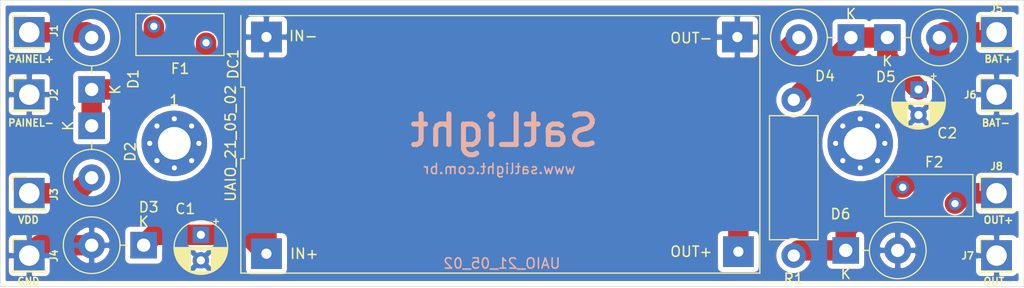
<source format=kicad_pcb>
(kicad_pcb (version 20171130) (host pcbnew "(5.1.10)-1")

  (general
    (thickness 1.6)
    (drawings 16)
    (tracks 39)
    (zones 0)
    (modules 22)
    (nets 10)
  )

  (page A4)
  (layers
    (0 F.Cu signal)
    (31 B.Cu signal)
    (32 B.Adhes user)
    (33 F.Adhes user)
    (34 B.Paste user)
    (35 F.Paste user)
    (36 B.SilkS user)
    (37 F.SilkS user)
    (38 B.Mask user)
    (39 F.Mask user)
    (40 Dwgs.User user)
    (41 Cmts.User user)
    (42 Eco1.User user)
    (43 Eco2.User user)
    (44 Edge.Cuts user)
    (45 Margin user)
    (46 B.CrtYd user)
    (47 F.CrtYd user)
    (48 B.Fab user)
    (49 F.Fab user)
  )

  (setup
    (last_trace_width 2)
    (trace_clearance 0.2)
    (zone_clearance 0.508)
    (zone_45_only no)
    (trace_min 0.2)
    (via_size 0.8)
    (via_drill 0.4)
    (via_min_size 0.4)
    (via_min_drill 0.3)
    (uvia_size 0.3)
    (uvia_drill 0.1)
    (uvias_allowed no)
    (uvia_min_size 0.2)
    (uvia_min_drill 0.1)
    (edge_width 0.05)
    (segment_width 0.2)
    (pcb_text_width 0.3)
    (pcb_text_size 1.5 1.5)
    (mod_edge_width 0.12)
    (mod_text_size 1 1)
    (mod_text_width 0.15)
    (pad_size 1.524 1.524)
    (pad_drill 0.762)
    (pad_to_mask_clearance 0)
    (aux_axis_origin 0 0)
    (visible_elements 7FFDFFFF)
    (pcbplotparams
      (layerselection 0x010fc_ffffffff)
      (usegerberextensions false)
      (usegerberattributes true)
      (usegerberadvancedattributes true)
      (creategerberjobfile true)
      (excludeedgelayer true)
      (linewidth 0.100000)
      (plotframeref false)
      (viasonmask false)
      (mode 1)
      (useauxorigin false)
      (hpglpennumber 1)
      (hpglpenspeed 20)
      (hpglpendiameter 15.000000)
      (psnegative false)
      (psa4output false)
      (plotreference true)
      (plotvalue true)
      (plotinvisibletext false)
      (padsonsilk false)
      (subtractmaskfromsilk false)
      (outputformat 1)
      (mirror false)
      (drillshape 0)
      (scaleselection 1)
      (outputdirectory "gerbers/"))
  )

  (net 0 "")
  (net 1 "Net-(D1-Pad2)")
  (net 2 "Net-(D1-Pad1)")
  (net 3 "Net-(D2-Pad2)")
  (net 4 GND)
  (net 5 "Net-(C1-Pad1)")
  (net 6 "Net-(D4-Pad2)")
  (net 7 "Net-(C2-Pad1)")
  (net 8 "Net-(D5-Pad2)")
  (net 9 "Net-(F2-Pad1)")

  (net_class Default "This is the default net class."
    (clearance 0.2)
    (trace_width 2)
    (via_dia 0.8)
    (via_drill 0.4)
    (uvia_dia 0.3)
    (uvia_drill 0.1)
    (add_net GND)
    (add_net "Net-(C1-Pad1)")
    (add_net "Net-(C2-Pad1)")
    (add_net "Net-(D1-Pad1)")
    (add_net "Net-(D1-Pad2)")
    (add_net "Net-(D2-Pad2)")
    (add_net "Net-(D4-Pad2)")
    (add_net "Net-(D5-Pad2)")
    (add_net "Net-(F2-Pad1)")
  )

  (module Uaio:DC_DC_60V (layer F.Cu) (tedit 60B182C9) (tstamp 60B23774)
    (at 97 113)
    (descr "Conversor DC/DC Entrada 40V")
    (path /60953E08)
    (fp_text reference DC1 (at -24.25 -5.75 90) (layer F.SilkS)
      (effects (font (size 1 1) (thickness 0.15)))
    )
    (fp_text value DC_DC_60V (at 0 0) (layer F.Fab)
      (effects (font (size 1 1) (thickness 0.15)))
    )
    (fp_text user OUT- (at 20.5 -8.3) (layer F.SilkS)
      (effects (font (size 1 1) (thickness 0.15)))
    )
    (fp_text user OUT+ (at 20.5 12.6) (layer F.SilkS)
      (effects (font (size 1 1) (thickness 0.15)))
    )
    (fp_text user IN- (at -17.4 -8.5) (layer F.SilkS)
      (effects (font (size 1 1) (thickness 0.15)))
    )
    (fp_text user IN+ (at -17.3 12.8) (layer F.SilkS)
      (effects (font (size 1 1) (thickness 0.15)))
    )
    (fp_line (start -23.5 14.7) (end 27.2 14.7) (layer F.SilkS) (width 0.12))
    (fp_line (start 27.2 14.7) (end 27.2 -10.499999) (layer F.SilkS) (width 0.12))
    (fp_line (start 27.2 -10.5) (end -22.7 -10.5) (layer F.SilkS) (width 0.12))
    (fp_line (start -23.5 -10.5) (end -23.5 -3.5) (layer F.SilkS) (width 0.12))
    (fp_line (start -23.5 -3.5) (end -23.14 -3.5) (layer F.SilkS) (width 0.12))
    (fp_line (start -23.14 -3.5) (end -23.14 3.499999) (layer F.SilkS) (width 0.12))
    (fp_line (start -23.14 3.499999) (end -23.5 3.499999) (layer F.SilkS) (width 0.12))
    (fp_line (start -23.5 3.499999) (end -23.5 14.7) (layer F.SilkS) (width 0.12))
    (fp_line (start -23.5 -10.5) (end 23.5 -10.5) (layer F.CrtYd) (width 0.05))
    (fp_line (start 27.2 -10.5) (end 27.2 14.6) (layer F.CrtYd) (width 0.05))
    (fp_line (start 27.2 14.7) (end -23.5 14.7) (layer F.CrtYd) (width 0.05))
    (fp_line (start -23.5 10.5) (end -23.5 -10.5) (layer F.CrtYd) (width 0.05))
    (pad 3 thru_hole rect (at 25.1 12.6) (size 3 3) (drill 1) (layers *.Cu *.Mask)
      (net 6 "Net-(D4-Pad2)"))
    (pad 4 thru_hole rect (at 25 -8.4) (size 3 3) (drill 1) (layers *.Cu *.Mask)
      (net 4 GND))
    (pad 1 thru_hole rect (at -21 12.8) (size 3 3) (drill 1) (layers *.Cu *.Mask)
      (net 5 "Net-(C1-Pad1)"))
    (pad 2 thru_hole rect (at -21 -8.4) (size 3 3) (drill 1) (layers *.Cu *.Mask)
      (net 4 GND))
    (model "D:/Kicad_Ressources/Uaio_3D_Lib/LM2596_DC-DC_CONVERTER/User Library-LM2596_DC-DC_CONVERTER.STEP"
      (offset (xyz 8.5 46 8))
      (scale (xyz 1 1 1))
      (rotate (xyz -90 0 0))
    )
  )

  (module MountingHole:MountingHole_3.2mm_M3_Pad_Via (layer F.Cu) (tedit 56DDBCCA) (tstamp 6099D78A)
    (at 134 115)
    (descr "Mounting Hole 3.2mm, M3")
    (tags "mounting hole 3.2mm m3")
    (attr virtual)
    (fp_text reference 2 (at 0 -4.2) (layer F.SilkS)
      (effects (font (size 1 1) (thickness 0.15)))
    )
    (fp_text value MountingHole_3.2mm_M3_Pad_Via (at 0 4.2) (layer F.Fab)
      (effects (font (size 1 1) (thickness 0.15)))
    )
    (fp_circle (center 0 0) (end 3.45 0) (layer F.CrtYd) (width 0.05))
    (fp_circle (center 0 0) (end 3.2 0) (layer Cmts.User) (width 0.15))
    (fp_text user %R (at 0.3 0) (layer F.Fab)
      (effects (font (size 1 1) (thickness 0.15)))
    )
    (pad 1 thru_hole circle (at 1.697056 -1.697056) (size 0.8 0.8) (drill 0.5) (layers *.Cu *.Mask))
    (pad 1 thru_hole circle (at 0 -2.4) (size 0.8 0.8) (drill 0.5) (layers *.Cu *.Mask))
    (pad 1 thru_hole circle (at -1.697056 -1.697056) (size 0.8 0.8) (drill 0.5) (layers *.Cu *.Mask))
    (pad 1 thru_hole circle (at -2.4 0) (size 0.8 0.8) (drill 0.5) (layers *.Cu *.Mask))
    (pad 1 thru_hole circle (at -1.697056 1.697056) (size 0.8 0.8) (drill 0.5) (layers *.Cu *.Mask))
    (pad 1 thru_hole circle (at 0 2.4) (size 0.8 0.8) (drill 0.5) (layers *.Cu *.Mask))
    (pad 1 thru_hole circle (at 1.697056 1.697056) (size 0.8 0.8) (drill 0.5) (layers *.Cu *.Mask))
    (pad 1 thru_hole circle (at 2.4 0) (size 0.8 0.8) (drill 0.5) (layers *.Cu *.Mask))
    (pad 1 thru_hole circle (at 0 0) (size 6.4 6.4) (drill 3.2) (layers *.Cu *.Mask))
  )

  (module MountingHole:MountingHole_3.2mm_M3_Pad_Via (layer F.Cu) (tedit 56DDBCCA) (tstamp 6099D788)
    (at 67 115)
    (descr "Mounting Hole 3.2mm, M3")
    (tags "mounting hole 3.2mm m3")
    (attr virtual)
    (fp_text reference 1 (at 0 -4.2) (layer F.SilkS)
      (effects (font (size 1 1) (thickness 0.15)))
    )
    (fp_text value MountingHole_3.2mm_M3_Pad_Via (at 0 4.2) (layer F.Fab)
      (effects (font (size 1 1) (thickness 0.15)))
    )
    (fp_circle (center 0 0) (end 3.45 0) (layer F.CrtYd) (width 0.05))
    (fp_circle (center 0 0) (end 3.2 0) (layer Cmts.User) (width 0.15))
    (fp_text user %R (at 0.3 0) (layer F.Fab)
      (effects (font (size 1 1) (thickness 0.15)))
    )
    (pad 1 thru_hole circle (at 1.697056 -1.697056) (size 0.8 0.8) (drill 0.5) (layers *.Cu *.Mask))
    (pad 1 thru_hole circle (at 0 -2.4) (size 0.8 0.8) (drill 0.5) (layers *.Cu *.Mask))
    (pad 1 thru_hole circle (at -1.697056 -1.697056) (size 0.8 0.8) (drill 0.5) (layers *.Cu *.Mask))
    (pad 1 thru_hole circle (at -2.4 0) (size 0.8 0.8) (drill 0.5) (layers *.Cu *.Mask))
    (pad 1 thru_hole circle (at -1.697056 1.697056) (size 0.8 0.8) (drill 0.5) (layers *.Cu *.Mask))
    (pad 1 thru_hole circle (at 0 2.4) (size 0.8 0.8) (drill 0.5) (layers *.Cu *.Mask))
    (pad 1 thru_hole circle (at 1.697056 1.697056) (size 0.8 0.8) (drill 0.5) (layers *.Cu *.Mask))
    (pad 1 thru_hole circle (at 2.4 0) (size 0.8 0.8) (drill 0.5) (layers *.Cu *.Mask))
    (pad 1 thru_hole circle (at 0 0) (size 6.4 6.4) (drill 3.2) (layers *.Cu *.Mask))
  )

  (module Fuse:Fuse_BelFuse_0ZRE0005FF_L8.3mm_W3.8mm (layer F.Cu) (tedit 5BAABA15) (tstamp 6095158B)
    (at 143.256 120.904 180)
    (descr "Fuse 0ZRE0005FF, BelFuse, Radial Leaded PTC, https://www.belfuse.com/resources/datasheets/circuitprotection/ds-cp-0zre-series.pdf")
    (tags "0ZRE BelFuse radial PTC")
    (path /60969192)
    (fp_text reference F2 (at 2.032 4.064) (layer F.SilkS)
      (effects (font (size 1 1) (thickness 0.15)))
    )
    (fp_text value Polyfuse (at 2.6 5.4) (layer F.Fab)
      (effects (font (size 1 1) (thickness 0.15)))
    )
    (fp_line (start 6.7 -1.1) (end 6.7 2.7) (layer F.Fab) (width 0.1))
    (fp_line (start -1.6 -1.1) (end -1.6 2.7) (layer F.Fab) (width 0.1))
    (fp_line (start -1.6 2.7) (end 6.7 2.7) (layer F.Fab) (width 0.1))
    (fp_line (start -1.6 -1.1) (end 6.7 -1.1) (layer F.Fab) (width 0.1))
    (fp_line (start -1.85 -1.35) (end 6.95 -1.35) (layer F.CrtYd) (width 0.05))
    (fp_line (start -1.85 -1.35) (end -1.85 2.95) (layer F.CrtYd) (width 0.05))
    (fp_line (start 6.95 -1.35) (end 6.95 2.95) (layer F.CrtYd) (width 0.05))
    (fp_line (start -1.85 2.95) (end 6.95 2.95) (layer F.CrtYd) (width 0.05))
    (fp_line (start -1.75 -1.25) (end 6.85 -1.25) (layer F.SilkS) (width 0.12))
    (fp_line (start -1.75 -1.25) (end -1.75 2.85) (layer F.SilkS) (width 0.12))
    (fp_line (start 6.85 -1.25) (end 6.85 2.85) (layer F.SilkS) (width 0.12))
    (fp_line (start -1.75 2.85) (end 6.85 2.85) (layer F.SilkS) (width 0.12))
    (fp_text user %R (at 2.032 4.064) (layer F.Fab)
      (effects (font (size 1 1) (thickness 0.15)))
    )
    (pad 1 thru_hole circle (at 0 0 180) (size 1.27 1.27) (drill 0.71) (layers *.Cu *.Mask)
      (net 9 "Net-(F2-Pad1)"))
    (pad 2 thru_hole circle (at 5.1 1.6 180) (size 1.27 1.27) (drill 0.71) (layers *.Cu *.Mask)
      (net 8 "Net-(D5-Pad2)"))
    (model ${KISYS3DMOD}/Fuse.3dshapes/Fuse_BelFuse_0ZRE_0ZRE0005FF_L8.3mm_W3.8mm.wrl
      (at (xyz 0 0 0))
      (scale (xyz 1 1 1))
      (rotate (xyz 0 0 0))
    )
  )

  (module Fuse:Fuse_BelFuse_0ZRE0005FF_L8.3mm_W3.8mm (layer F.Cu) (tedit 5BAABA15) (tstamp 609A4CD0)
    (at 70.104 105.156 180)
    (descr "Fuse 0ZRE0005FF, BelFuse, Radial Leaded PTC, https://www.belfuse.com/resources/datasheets/circuitprotection/ds-cp-0zre-series.pdf")
    (tags "0ZRE BelFuse radial PTC")
    (path /60956FD6)
    (fp_text reference F1 (at 2.54 -2.54) (layer F.SilkS)
      (effects (font (size 1 1) (thickness 0.15)))
    )
    (fp_text value Polyfuse (at 2.6 5.4) (layer F.Fab)
      (effects (font (size 1 1) (thickness 0.15)))
    )
    (fp_line (start 6.7 -1.1) (end 6.7 2.7) (layer F.Fab) (width 0.1))
    (fp_line (start -1.6 -1.1) (end -1.6 2.7) (layer F.Fab) (width 0.1))
    (fp_line (start -1.6 2.7) (end 6.7 2.7) (layer F.Fab) (width 0.1))
    (fp_line (start -1.6 -1.1) (end 6.7 -1.1) (layer F.Fab) (width 0.1))
    (fp_line (start -1.85 -1.35) (end 6.95 -1.35) (layer F.CrtYd) (width 0.05))
    (fp_line (start -1.85 -1.35) (end -1.85 2.95) (layer F.CrtYd) (width 0.05))
    (fp_line (start 6.95 -1.35) (end 6.95 2.95) (layer F.CrtYd) (width 0.05))
    (fp_line (start -1.85 2.95) (end 6.95 2.95) (layer F.CrtYd) (width 0.05))
    (fp_line (start -1.75 -1.25) (end 6.85 -1.25) (layer F.SilkS) (width 0.12))
    (fp_line (start -1.75 -1.25) (end -1.75 2.85) (layer F.SilkS) (width 0.12))
    (fp_line (start 6.85 -1.25) (end 6.85 2.85) (layer F.SilkS) (width 0.12))
    (fp_line (start -1.75 2.85) (end 6.85 2.85) (layer F.SilkS) (width 0.12))
    (fp_text user %R (at 3.81 0) (layer F.Fab)
      (effects (font (size 1 1) (thickness 0.15)))
    )
    (pad 1 thru_hole circle (at 0 0 180) (size 1.27 1.27) (drill 0.71) (layers *.Cu *.Mask)
      (net 5 "Net-(C1-Pad1)"))
    (pad 2 thru_hole circle (at 5.1 1.6 180) (size 1.27 1.27) (drill 0.71) (layers *.Cu *.Mask)
      (net 2 "Net-(D1-Pad1)"))
    (model ${KISYS3DMOD}/Fuse.3dshapes/Fuse_BelFuse_0ZRE_0ZRE0005FF_L8.3mm_W3.8mm.wrl
      (at (xyz 0 0 0))
      (scale (xyz 1 1 1))
      (rotate (xyz 0 0 0))
    )
  )

  (module Uaio:PinHeader_1x01_F_2mm (layer F.Cu) (tedit 6099E0E5) (tstamp 609A6263)
    (at 147.32 119.888)
    (descr "Through hole straight pin header, 1x01, 2.54mm pitch, single row")
    (tags "Through hole pin header THT 1x01 2.54mm single row")
    (path /609674E1)
    (fp_text reference J8 (at 0 -2.638) (layer F.SilkS)
      (effects (font (size 0.7 0.7) (thickness 0.15)))
    )
    (fp_text value OUT+ (at 0 2.33) (layer F.Fab)
      (effects (font (size 1 1) (thickness 0.15)))
    )
    (fp_line (start -0.705 -1.6) (end 1.6 -1.6) (layer F.Fab) (width 0.1))
    (fp_line (start 1.6 -1.6) (end 1.6 1.6) (layer F.Fab) (width 0.1))
    (fp_line (start 1.6 1.6) (end -1.6 1.6) (layer F.Fab) (width 0.1))
    (fp_line (start -1.6 1.6) (end -1.6 -0.635) (layer F.Fab) (width 0.1))
    (fp_line (start -1.6 -0.635) (end -0.7 -1.6) (layer F.Fab) (width 0.1))
    (fp_line (start -1.6 1.6) (end 1.6 1.6) (layer F.SilkS) (width 0.12))
    (fp_line (start -1.6 1.5) (end -1.6 1.56) (layer F.SilkS) (width 0.12))
    (fp_line (start 1.6 1.54) (end 1.6 1.6) (layer F.SilkS) (width 0.12))
    (fp_line (start -1.6 1.5) (end 1.6 1.5) (layer F.SilkS) (width 0.12))
    (fp_line (start -1.6 -0.27) (end -1.6 -1.6) (layer F.SilkS) (width 0.12))
    (fp_line (start -1.6 -1.6) (end -0.27 -1.6) (layer F.SilkS) (width 0.12))
    (fp_line (start -1.8 -1.8) (end -1.8 1.8) (layer F.CrtYd) (width 0.05))
    (fp_line (start -1.8 1.8) (end 1.8 1.8) (layer F.CrtYd) (width 0.05))
    (fp_line (start 1.8 1.8) (end 1.8 -1.8) (layer F.CrtYd) (width 0.05))
    (fp_line (start 1.8 -1.8) (end -1.8 -1.8) (layer F.CrtYd) (width 0.05))
    (fp_text user %R (at 0 0 90) (layer F.Fab)
      (effects (font (size 1 1) (thickness 0.15)))
    )
    (pad 1 thru_hole rect (at 0 0) (size 3 3) (drill 2) (layers *.Cu *.Mask)
      (net 9 "Net-(F2-Pad1)"))
  )

  (module Uaio:PinHeader_1x01_F_2mm (layer F.Cu) (tedit 6099E0E5) (tstamp 609A5EEE)
    (at 147.32 125.984)
    (descr "Through hole straight pin header, 1x01, 2.54mm pitch, single row")
    (tags "Through hole pin header THT 1x01 2.54mm single row")
    (path /60966FCE)
    (fp_text reference J7 (at -2.82 0.016 180) (layer F.SilkS)
      (effects (font (size 0.7 0.7) (thickness 0.15)))
    )
    (fp_text value OUT- (at 0 2.33) (layer F.Fab)
      (effects (font (size 1 1) (thickness 0.15)))
    )
    (fp_line (start -0.705 -1.6) (end 1.6 -1.6) (layer F.Fab) (width 0.1))
    (fp_line (start 1.6 -1.6) (end 1.6 1.6) (layer F.Fab) (width 0.1))
    (fp_line (start 1.6 1.6) (end -1.6 1.6) (layer F.Fab) (width 0.1))
    (fp_line (start -1.6 1.6) (end -1.6 -0.635) (layer F.Fab) (width 0.1))
    (fp_line (start -1.6 -0.635) (end -0.7 -1.6) (layer F.Fab) (width 0.1))
    (fp_line (start -1.6 1.6) (end 1.6 1.6) (layer F.SilkS) (width 0.12))
    (fp_line (start -1.6 1.5) (end -1.6 1.56) (layer F.SilkS) (width 0.12))
    (fp_line (start 1.6 1.54) (end 1.6 1.6) (layer F.SilkS) (width 0.12))
    (fp_line (start -1.6 1.5) (end 1.6 1.5) (layer F.SilkS) (width 0.12))
    (fp_line (start -1.6 -0.27) (end -1.6 -1.6) (layer F.SilkS) (width 0.12))
    (fp_line (start -1.6 -1.6) (end -0.27 -1.6) (layer F.SilkS) (width 0.12))
    (fp_line (start -1.8 -1.8) (end -1.8 1.8) (layer F.CrtYd) (width 0.05))
    (fp_line (start -1.8 1.8) (end 1.8 1.8) (layer F.CrtYd) (width 0.05))
    (fp_line (start 1.8 1.8) (end 1.8 -1.8) (layer F.CrtYd) (width 0.05))
    (fp_line (start 1.8 -1.8) (end -1.8 -1.8) (layer F.CrtYd) (width 0.05))
    (fp_text user %R (at 0 0 90) (layer F.Fab)
      (effects (font (size 1 1) (thickness 0.15)))
    )
    (pad 1 thru_hole rect (at 0 0) (size 3 3) (drill 2) (layers *.Cu *.Mask)
      (net 4 GND))
  )

  (module Uaio:PinHeader_1x01_F_2mm (layer F.Cu) (tedit 6099E0E5) (tstamp 609A62DE)
    (at 147.32 110.236)
    (descr "Through hole straight pin header, 1x01, 2.54mm pitch, single row")
    (tags "Through hole pin header THT 1x01 2.54mm single row")
    (path /60966B17)
    (fp_text reference J6 (at -2.57 0.014 180) (layer F.SilkS)
      (effects (font (size 0.7 0.7) (thickness 0.15)))
    )
    (fp_text value "BAT -" (at 0 2.33) (layer F.Fab)
      (effects (font (size 1 1) (thickness 0.15)))
    )
    (fp_line (start -0.705 -1.6) (end 1.6 -1.6) (layer F.Fab) (width 0.1))
    (fp_line (start 1.6 -1.6) (end 1.6 1.6) (layer F.Fab) (width 0.1))
    (fp_line (start 1.6 1.6) (end -1.6 1.6) (layer F.Fab) (width 0.1))
    (fp_line (start -1.6 1.6) (end -1.6 -0.635) (layer F.Fab) (width 0.1))
    (fp_line (start -1.6 -0.635) (end -0.7 -1.6) (layer F.Fab) (width 0.1))
    (fp_line (start -1.6 1.6) (end 1.6 1.6) (layer F.SilkS) (width 0.12))
    (fp_line (start -1.6 1.5) (end -1.6 1.56) (layer F.SilkS) (width 0.12))
    (fp_line (start 1.6 1.54) (end 1.6 1.6) (layer F.SilkS) (width 0.12))
    (fp_line (start -1.6 1.5) (end 1.6 1.5) (layer F.SilkS) (width 0.12))
    (fp_line (start -1.6 -0.27) (end -1.6 -1.6) (layer F.SilkS) (width 0.12))
    (fp_line (start -1.6 -1.6) (end -0.27 -1.6) (layer F.SilkS) (width 0.12))
    (fp_line (start -1.8 -1.8) (end -1.8 1.8) (layer F.CrtYd) (width 0.05))
    (fp_line (start -1.8 1.8) (end 1.8 1.8) (layer F.CrtYd) (width 0.05))
    (fp_line (start 1.8 1.8) (end 1.8 -1.8) (layer F.CrtYd) (width 0.05))
    (fp_line (start 1.8 -1.8) (end -1.8 -1.8) (layer F.CrtYd) (width 0.05))
    (fp_text user %R (at 0 0 90) (layer F.Fab)
      (effects (font (size 1 1) (thickness 0.15)))
    )
    (pad 1 thru_hole rect (at 0 0) (size 3 3) (drill 2) (layers *.Cu *.Mask)
      (net 4 GND))
  )

  (module Uaio:PinHeader_1x01_F_2mm (layer F.Cu) (tedit 6099E0E5) (tstamp 609515F4)
    (at 147.32 104.14)
    (descr "Through hole straight pin header, 1x01, 2.54mm pitch, single row")
    (tags "Through hole pin header THT 1x01 2.54mm single row")
    (path /60965712)
    (fp_text reference J5 (at 0 -2.33) (layer F.SilkS)
      (effects (font (size 0.7 0.7) (thickness 0.15)))
    )
    (fp_text value "BAT +" (at 0 2.33) (layer F.Fab)
      (effects (font (size 1 1) (thickness 0.15)))
    )
    (fp_line (start -0.705 -1.6) (end 1.6 -1.6) (layer F.Fab) (width 0.1))
    (fp_line (start 1.6 -1.6) (end 1.6 1.6) (layer F.Fab) (width 0.1))
    (fp_line (start 1.6 1.6) (end -1.6 1.6) (layer F.Fab) (width 0.1))
    (fp_line (start -1.6 1.6) (end -1.6 -0.635) (layer F.Fab) (width 0.1))
    (fp_line (start -1.6 -0.635) (end -0.7 -1.6) (layer F.Fab) (width 0.1))
    (fp_line (start -1.6 1.6) (end 1.6 1.6) (layer F.SilkS) (width 0.12))
    (fp_line (start -1.6 1.5) (end -1.6 1.56) (layer F.SilkS) (width 0.12))
    (fp_line (start 1.6 1.54) (end 1.6 1.6) (layer F.SilkS) (width 0.12))
    (fp_line (start -1.6 1.5) (end 1.6 1.5) (layer F.SilkS) (width 0.12))
    (fp_line (start -1.6 -0.27) (end -1.6 -1.6) (layer F.SilkS) (width 0.12))
    (fp_line (start -1.6 -1.6) (end -0.27 -1.6) (layer F.SilkS) (width 0.12))
    (fp_line (start -1.8 -1.8) (end -1.8 1.8) (layer F.CrtYd) (width 0.05))
    (fp_line (start -1.8 1.8) (end 1.8 1.8) (layer F.CrtYd) (width 0.05))
    (fp_line (start 1.8 1.8) (end 1.8 -1.8) (layer F.CrtYd) (width 0.05))
    (fp_line (start 1.8 -1.8) (end -1.8 -1.8) (layer F.CrtYd) (width 0.05))
    (fp_text user %R (at 0 0 90) (layer F.Fab)
      (effects (font (size 1 1) (thickness 0.15)))
    )
    (pad 1 thru_hole rect (at 0 0) (size 3 3) (drill 2) (layers *.Cu *.Mask)
      (net 8 "Net-(D5-Pad2)"))
  )

  (module Uaio:PinHeader_1x01_F_2mm (layer F.Cu) (tedit 6099E0E5) (tstamp 609A4B53)
    (at 52.832 125.984)
    (descr "Through hole straight pin header, 1x01, 2.54mm pitch, single row")
    (tags "Through hole pin header THT 1x01 2.54mm single row")
    (path /6094E3F4)
    (fp_text reference J4 (at 2.418 0.016 90) (layer F.SilkS)
      (effects (font (size 0.7 0.7) (thickness 0.15)))
    )
    (fp_text value GND (at 0 2.33) (layer F.Fab)
      (effects (font (size 1 1) (thickness 0.15)))
    )
    (fp_line (start -0.705 -1.6) (end 1.6 -1.6) (layer F.Fab) (width 0.1))
    (fp_line (start 1.6 -1.6) (end 1.6 1.6) (layer F.Fab) (width 0.1))
    (fp_line (start 1.6 1.6) (end -1.6 1.6) (layer F.Fab) (width 0.1))
    (fp_line (start -1.6 1.6) (end -1.6 -0.635) (layer F.Fab) (width 0.1))
    (fp_line (start -1.6 -0.635) (end -0.7 -1.6) (layer F.Fab) (width 0.1))
    (fp_line (start -1.6 1.6) (end 1.6 1.6) (layer F.SilkS) (width 0.12))
    (fp_line (start -1.6 1.5) (end -1.6 1.56) (layer F.SilkS) (width 0.12))
    (fp_line (start 1.6 1.54) (end 1.6 1.6) (layer F.SilkS) (width 0.12))
    (fp_line (start -1.6 1.5) (end 1.6 1.5) (layer F.SilkS) (width 0.12))
    (fp_line (start -1.6 -0.27) (end -1.6 -1.6) (layer F.SilkS) (width 0.12))
    (fp_line (start -1.6 -1.6) (end -0.27 -1.6) (layer F.SilkS) (width 0.12))
    (fp_line (start -1.8 -1.8) (end -1.8 1.8) (layer F.CrtYd) (width 0.05))
    (fp_line (start -1.8 1.8) (end 1.8 1.8) (layer F.CrtYd) (width 0.05))
    (fp_line (start 1.8 1.8) (end 1.8 -1.8) (layer F.CrtYd) (width 0.05))
    (fp_line (start 1.8 -1.8) (end -1.8 -1.8) (layer F.CrtYd) (width 0.05))
    (fp_text user %R (at 0 0 90) (layer F.Fab)
      (effects (font (size 1 1) (thickness 0.15)))
    )
    (pad 1 thru_hole rect (at 0 0) (size 3 3) (drill 2) (layers *.Cu *.Mask)
      (net 4 GND))
  )

  (module Uaio:PinHeader_1x01_F_2mm (layer F.Cu) (tedit 6099E0E5) (tstamp 609515CA)
    (at 52.832 119.888)
    (descr "Through hole straight pin header, 1x01, 2.54mm pitch, single row")
    (tags "Through hole pin header THT 1x01 2.54mm single row")
    (path /6094DF13)
    (fp_text reference J3 (at 2.418 0.112 90) (layer F.SilkS)
      (effects (font (size 0.7 0.7) (thickness 0.15)))
    )
    (fp_text value VDD (at 0 2.33) (layer F.Fab)
      (effects (font (size 1 1) (thickness 0.15)))
    )
    (fp_line (start -0.705 -1.6) (end 1.6 -1.6) (layer F.Fab) (width 0.1))
    (fp_line (start 1.6 -1.6) (end 1.6 1.6) (layer F.Fab) (width 0.1))
    (fp_line (start 1.6 1.6) (end -1.6 1.6) (layer F.Fab) (width 0.1))
    (fp_line (start -1.6 1.6) (end -1.6 -0.635) (layer F.Fab) (width 0.1))
    (fp_line (start -1.6 -0.635) (end -0.7 -1.6) (layer F.Fab) (width 0.1))
    (fp_line (start -1.6 1.6) (end 1.6 1.6) (layer F.SilkS) (width 0.12))
    (fp_line (start -1.6 1.5) (end -1.6 1.56) (layer F.SilkS) (width 0.12))
    (fp_line (start 1.6 1.54) (end 1.6 1.6) (layer F.SilkS) (width 0.12))
    (fp_line (start -1.6 1.5) (end 1.6 1.5) (layer F.SilkS) (width 0.12))
    (fp_line (start -1.6 -0.27) (end -1.6 -1.6) (layer F.SilkS) (width 0.12))
    (fp_line (start -1.6 -1.6) (end -0.27 -1.6) (layer F.SilkS) (width 0.12))
    (fp_line (start -1.8 -1.8) (end -1.8 1.8) (layer F.CrtYd) (width 0.05))
    (fp_line (start -1.8 1.8) (end 1.8 1.8) (layer F.CrtYd) (width 0.05))
    (fp_line (start 1.8 1.8) (end 1.8 -1.8) (layer F.CrtYd) (width 0.05))
    (fp_line (start 1.8 -1.8) (end -1.8 -1.8) (layer F.CrtYd) (width 0.05))
    (fp_text user %R (at 0 0 90) (layer F.Fab)
      (effects (font (size 1 1) (thickness 0.15)))
    )
    (pad 1 thru_hole rect (at 0 0) (size 3 3) (drill 2) (layers *.Cu *.Mask)
      (net 3 "Net-(D2-Pad2)"))
  )

  (module Uaio:PinHeader_1x01_F_2mm (layer F.Cu) (tedit 6099E0E5) (tstamp 609515B5)
    (at 52.832 110.236)
    (descr "Through hole straight pin header, 1x01, 2.54mm pitch, single row")
    (tags "Through hole pin header THT 1x01 2.54mm single row")
    (path /6094C60A)
    (fp_text reference J2 (at 2.418 0.014 90) (layer F.SilkS)
      (effects (font (size 0.7 0.7) (thickness 0.15)))
    )
    (fp_text value "Painel -" (at 0 2.33) (layer F.Fab)
      (effects (font (size 1 1) (thickness 0.15)))
    )
    (fp_line (start -0.705 -1.6) (end 1.6 -1.6) (layer F.Fab) (width 0.1))
    (fp_line (start 1.6 -1.6) (end 1.6 1.6) (layer F.Fab) (width 0.1))
    (fp_line (start 1.6 1.6) (end -1.6 1.6) (layer F.Fab) (width 0.1))
    (fp_line (start -1.6 1.6) (end -1.6 -0.635) (layer F.Fab) (width 0.1))
    (fp_line (start -1.6 -0.635) (end -0.7 -1.6) (layer F.Fab) (width 0.1))
    (fp_line (start -1.6 1.6) (end 1.6 1.6) (layer F.SilkS) (width 0.12))
    (fp_line (start -1.6 1.5) (end -1.6 1.56) (layer F.SilkS) (width 0.12))
    (fp_line (start 1.6 1.54) (end 1.6 1.6) (layer F.SilkS) (width 0.12))
    (fp_line (start -1.6 1.5) (end 1.6 1.5) (layer F.SilkS) (width 0.12))
    (fp_line (start -1.6 -0.27) (end -1.6 -1.6) (layer F.SilkS) (width 0.12))
    (fp_line (start -1.6 -1.6) (end -0.27 -1.6) (layer F.SilkS) (width 0.12))
    (fp_line (start -1.8 -1.8) (end -1.8 1.8) (layer F.CrtYd) (width 0.05))
    (fp_line (start -1.8 1.8) (end 1.8 1.8) (layer F.CrtYd) (width 0.05))
    (fp_line (start 1.8 1.8) (end 1.8 -1.8) (layer F.CrtYd) (width 0.05))
    (fp_line (start 1.8 -1.8) (end -1.8 -1.8) (layer F.CrtYd) (width 0.05))
    (fp_text user %R (at 0 0 90) (layer F.Fab)
      (effects (font (size 1 1) (thickness 0.15)))
    )
    (pad 1 thru_hole rect (at 0 0) (size 3 3) (drill 2) (layers *.Cu *.Mask)
      (net 4 GND))
  )

  (module Uaio:PinHeader_1x01_F_2mm (layer F.Cu) (tedit 6099E0E5) (tstamp 609B1502)
    (at 52.832 104.14)
    (descr "Through hole straight pin header, 1x01, 2.54mm pitch, single row")
    (tags "Through hole pin header THT 1x01 2.54mm single row")
    (path /6094BCA5)
    (fp_text reference J1 (at 2.418 -0.14 90) (layer F.SilkS)
      (effects (font (size 0.7 0.7) (thickness 0.15)))
    )
    (fp_text value "Painel +" (at 0 2.33) (layer F.Fab)
      (effects (font (size 1 1) (thickness 0.15)))
    )
    (fp_line (start -0.705 -1.6) (end 1.6 -1.6) (layer F.Fab) (width 0.1))
    (fp_line (start 1.6 -1.6) (end 1.6 1.6) (layer F.Fab) (width 0.1))
    (fp_line (start 1.6 1.6) (end -1.6 1.6) (layer F.Fab) (width 0.1))
    (fp_line (start -1.6 1.6) (end -1.6 -0.635) (layer F.Fab) (width 0.1))
    (fp_line (start -1.6 -0.635) (end -0.7 -1.6) (layer F.Fab) (width 0.1))
    (fp_line (start -1.6 1.6) (end 1.6 1.6) (layer F.SilkS) (width 0.12))
    (fp_line (start -1.6 1.5) (end -1.6 1.56) (layer F.SilkS) (width 0.12))
    (fp_line (start 1.6 1.54) (end 1.6 1.6) (layer F.SilkS) (width 0.12))
    (fp_line (start -1.6 1.5) (end 1.6 1.5) (layer F.SilkS) (width 0.12))
    (fp_line (start -1.6 -0.27) (end -1.6 -1.6) (layer F.SilkS) (width 0.12))
    (fp_line (start -1.6 -1.6) (end -0.27 -1.6) (layer F.SilkS) (width 0.12))
    (fp_line (start -1.8 -1.8) (end -1.8 1.8) (layer F.CrtYd) (width 0.05))
    (fp_line (start -1.8 1.8) (end 1.8 1.8) (layer F.CrtYd) (width 0.05))
    (fp_line (start 1.8 1.8) (end 1.8 -1.8) (layer F.CrtYd) (width 0.05))
    (fp_line (start 1.8 -1.8) (end -1.8 -1.8) (layer F.CrtYd) (width 0.05))
    (fp_text user %R (at 0 0 90) (layer F.Fab)
      (effects (font (size 1 1) (thickness 0.15)))
    )
    (pad 1 thru_hole rect (at 0 0) (size 3 3) (drill 2) (layers *.Cu *.Mask)
      (net 1 "Net-(D1-Pad2)"))
  )

  (module Diode_THT:D_DO-201AE_P5.08mm_Vertical_KathodeUp (layer F.Cu) (tedit 5AE50CD5) (tstamp 60951549)
    (at 132.588 125.476)
    (descr "Diode, DO-201AE series, Axial, Vertical, pin pitch=5.08mm, , length*diameter=9*5.3mm^2, , http://www.farnell.com/datasheets/529758.pdf")
    (tags "Diode DO-201AE series Axial Vertical pin pitch 5.08mm  length 9mm diameter 5.3mm")
    (path /609633DD)
    (fp_text reference D6 (at -0.508 -3.556) (layer F.SilkS)
      (effects (font (size 1 1) (thickness 0.15)))
    )
    (fp_text value UF5406 (at 2.54 3.77) (layer F.Fab)
      (effects (font (size 1 1) (thickness 0.15)))
    )
    (fp_line (start 7.99 -2.9) (end -1.55 -2.9) (layer F.CrtYd) (width 0.05))
    (fp_line (start 7.99 2.9) (end 7.99 -2.9) (layer F.CrtYd) (width 0.05))
    (fp_line (start -1.55 2.9) (end 7.99 2.9) (layer F.CrtYd) (width 0.05))
    (fp_line (start -1.55 -2.9) (end -1.55 2.9) (layer F.CrtYd) (width 0.05))
    (fp_line (start 2.31 0) (end 1.6 0) (layer F.SilkS) (width 0.12))
    (fp_line (start 0 0) (end 5.08 0) (layer F.Fab) (width 0.1))
    (fp_circle (center 5.08 0) (end 7.85 0) (layer F.SilkS) (width 0.12))
    (fp_circle (center 5.08 0) (end 7.73 0) (layer F.Fab) (width 0.1))
    (fp_text user K (at 0 2.3) (layer F.SilkS)
      (effects (font (size 1 1) (thickness 0.15)))
    )
    (fp_text user K (at 0 2.3) (layer F.Fab)
      (effects (font (size 1 1) (thickness 0.15)))
    )
    (fp_text user %R (at -0.508 -3.556) (layer F.Fab)
      (effects (font (size 1 1) (thickness 0.15)))
    )
    (pad 2 thru_hole oval (at 5.08 0) (size 2.6 2.6) (drill 1.3) (layers *.Cu *.Mask)
      (net 4 GND))
    (pad 1 thru_hole rect (at 0 0) (size 2.6 2.6) (drill 1.3) (layers *.Cu *.Mask)
      (net 8 "Net-(D5-Pad2)"))
    (model ${KISYS3DMOD}/Diode_THT.3dshapes/D_DO-201AE_P5.08mm_Vertical_KathodeUp.wrl
      (at (xyz 0 0 0))
      (scale (xyz 1 1 1))
      (rotate (xyz 0 0 0))
    )
  )

  (module Diode_THT:D_DO-201AE_P5.08mm_Vertical_KathodeUp (layer F.Cu) (tedit 5AE50CD5) (tstamp 6095152A)
    (at 136.652 104.648)
    (descr "Diode, DO-201AE series, Axial, Vertical, pin pitch=5.08mm, , length*diameter=9*5.3mm^2, , http://www.farnell.com/datasheets/529758.pdf")
    (tags "Diode DO-201AE series Axial Vertical pin pitch 5.08mm  length 9mm diameter 5.3mm")
    (path /6096209E)
    (fp_text reference D5 (at -0.152 3.852) (layer F.SilkS)
      (effects (font (size 1 1) (thickness 0.15)))
    )
    (fp_text value UF5406 (at 2.54 3.77) (layer F.Fab)
      (effects (font (size 1 1) (thickness 0.15)))
    )
    (fp_line (start 7.99 -2.9) (end -1.55 -2.9) (layer F.CrtYd) (width 0.05))
    (fp_line (start 7.99 2.9) (end 7.99 -2.9) (layer F.CrtYd) (width 0.05))
    (fp_line (start -1.55 2.9) (end 7.99 2.9) (layer F.CrtYd) (width 0.05))
    (fp_line (start -1.55 -2.9) (end -1.55 2.9) (layer F.CrtYd) (width 0.05))
    (fp_line (start 2.31 0) (end 1.6 0) (layer F.SilkS) (width 0.12))
    (fp_line (start 0 0) (end 5.08 0) (layer F.Fab) (width 0.1))
    (fp_circle (center 5.08 0) (end 7.85 0) (layer F.SilkS) (width 0.12))
    (fp_circle (center 5.08 0) (end 7.73 0) (layer F.Fab) (width 0.1))
    (fp_text user K (at 0 2.3) (layer F.SilkS)
      (effects (font (size 1 1) (thickness 0.15)))
    )
    (fp_text user K (at 0 2.3) (layer F.Fab)
      (effects (font (size 1 1) (thickness 0.15)))
    )
    (fp_text user %R (at -0.152 3.852) (layer F.Fab)
      (effects (font (size 1 1) (thickness 0.15)))
    )
    (pad 2 thru_hole oval (at 5.08 0) (size 2.6 2.6) (drill 1.3) (layers *.Cu *.Mask)
      (net 8 "Net-(D5-Pad2)"))
    (pad 1 thru_hole rect (at 0 0) (size 2.6 2.6) (drill 1.3) (layers *.Cu *.Mask)
      (net 7 "Net-(C2-Pad1)"))
    (model ${KISYS3DMOD}/Diode_THT.3dshapes/D_DO-201AE_P5.08mm_Vertical_KathodeUp.wrl
      (at (xyz 0 0 0))
      (scale (xyz 1 1 1))
      (rotate (xyz 0 0 0))
    )
  )

  (module Diode_THT:D_DO-201AE_P5.08mm_Vertical_KathodeUp (layer F.Cu) (tedit 5AE50CD5) (tstamp 6095150B)
    (at 133.096 104.648 180)
    (descr "Diode, DO-201AE series, Axial, Vertical, pin pitch=5.08mm, , length*diameter=9*5.3mm^2, , http://www.farnell.com/datasheets/529758.pdf")
    (tags "Diode DO-201AE series Axial Vertical pin pitch 5.08mm  length 9mm diameter 5.3mm")
    (path /6095D95B)
    (fp_text reference D4 (at 2.54 -3.77) (layer F.SilkS)
      (effects (font (size 1 1) (thickness 0.15)))
    )
    (fp_text value UF5406 (at 2.54 3.77) (layer F.Fab)
      (effects (font (size 1 1) (thickness 0.15)))
    )
    (fp_line (start 7.99 -2.9) (end -1.55 -2.9) (layer F.CrtYd) (width 0.05))
    (fp_line (start 7.99 2.9) (end 7.99 -2.9) (layer F.CrtYd) (width 0.05))
    (fp_line (start -1.55 2.9) (end 7.99 2.9) (layer F.CrtYd) (width 0.05))
    (fp_line (start -1.55 -2.9) (end -1.55 2.9) (layer F.CrtYd) (width 0.05))
    (fp_line (start 2.31 0) (end 1.6 0) (layer F.SilkS) (width 0.12))
    (fp_line (start 0 0) (end 5.08 0) (layer F.Fab) (width 0.1))
    (fp_circle (center 5.08 0) (end 7.85 0) (layer F.SilkS) (width 0.12))
    (fp_circle (center 5.08 0) (end 7.73 0) (layer F.Fab) (width 0.1))
    (fp_text user K (at 0 2.3) (layer F.SilkS)
      (effects (font (size 1 1) (thickness 0.15)))
    )
    (fp_text user K (at 0 2.3) (layer F.Fab)
      (effects (font (size 1 1) (thickness 0.15)))
    )
    (fp_text user %R (at 2.54 -3.77) (layer F.Fab)
      (effects (font (size 1 1) (thickness 0.15)))
    )
    (pad 2 thru_hole oval (at 5.08 0 180) (size 2.6 2.6) (drill 1.3) (layers *.Cu *.Mask)
      (net 6 "Net-(D4-Pad2)"))
    (pad 1 thru_hole rect (at 0 0 180) (size 2.6 2.6) (drill 1.3) (layers *.Cu *.Mask)
      (net 7 "Net-(C2-Pad1)"))
    (model ${KISYS3DMOD}/Diode_THT.3dshapes/D_DO-201AE_P5.08mm_Vertical_KathodeUp.wrl
      (at (xyz 0 0 0))
      (scale (xyz 1 1 1))
      (rotate (xyz 0 0 0))
    )
  )

  (module Diode_THT:D_DO-201AE_P5.08mm_Vertical_KathodeUp (layer F.Cu) (tedit 5AE50CD5) (tstamp 609514EC)
    (at 64.008 124.968 180)
    (descr "Diode, DO-201AE series, Axial, Vertical, pin pitch=5.08mm, , length*diameter=9*5.3mm^2, , http://www.farnell.com/datasheets/529758.pdf")
    (tags "Diode DO-201AE series Axial Vertical pin pitch 5.08mm  length 9mm diameter 5.3mm")
    (path /609551BF)
    (fp_text reference D3 (at -0.492 3.718) (layer F.SilkS)
      (effects (font (size 1 1) (thickness 0.15)))
    )
    (fp_text value UF5406 (at 2.54 3.77) (layer F.Fab)
      (effects (font (size 1 1) (thickness 0.15)))
    )
    (fp_line (start 7.99 -2.9) (end -1.55 -2.9) (layer F.CrtYd) (width 0.05))
    (fp_line (start 7.99 2.9) (end 7.99 -2.9) (layer F.CrtYd) (width 0.05))
    (fp_line (start -1.55 2.9) (end 7.99 2.9) (layer F.CrtYd) (width 0.05))
    (fp_line (start -1.55 -2.9) (end -1.55 2.9) (layer F.CrtYd) (width 0.05))
    (fp_line (start 2.31 0) (end 1.6 0) (layer F.SilkS) (width 0.12))
    (fp_line (start 0 0) (end 5.08 0) (layer F.Fab) (width 0.1))
    (fp_circle (center 5.08 0) (end 7.85 0) (layer F.SilkS) (width 0.12))
    (fp_circle (center 5.08 0) (end 7.73 0) (layer F.Fab) (width 0.1))
    (fp_text user K (at 0 2.3) (layer F.SilkS)
      (effects (font (size 1 1) (thickness 0.15)))
    )
    (fp_text user K (at 0 2.3) (layer F.Fab)
      (effects (font (size 1 1) (thickness 0.15)))
    )
    (fp_text user %R (at -0.492 3.718) (layer F.Fab)
      (effects (font (size 1 1) (thickness 0.15)))
    )
    (pad 2 thru_hole oval (at 5.08 0 180) (size 2.6 2.6) (drill 1.3) (layers *.Cu *.Mask)
      (net 4 GND))
    (pad 1 thru_hole rect (at 0 0 180) (size 2.6 2.6) (drill 1.3) (layers *.Cu *.Mask)
      (net 5 "Net-(C1-Pad1)"))
    (model ${KISYS3DMOD}/Diode_THT.3dshapes/D_DO-201AE_P5.08mm_Vertical_KathodeUp.wrl
      (at (xyz 0 0 0))
      (scale (xyz 1 1 1))
      (rotate (xyz 0 0 0))
    )
  )

  (module Diode_THT:D_DO-201AE_P5.08mm_Vertical_KathodeUp (layer F.Cu) (tedit 5AE50CD5) (tstamp 609514CD)
    (at 58.928 113.284 270)
    (descr "Diode, DO-201AE series, Axial, Vertical, pin pitch=5.08mm, , length*diameter=9*5.3mm^2, , http://www.farnell.com/datasheets/529758.pdf")
    (tags "Diode DO-201AE series Axial Vertical pin pitch 5.08mm  length 9mm diameter 5.3mm")
    (path /609515A6)
    (fp_text reference D2 (at 2.54 -3.77 90) (layer F.SilkS)
      (effects (font (size 1 1) (thickness 0.15)))
    )
    (fp_text value UF5406 (at 2.54 3.77 90) (layer F.Fab)
      (effects (font (size 1 1) (thickness 0.15)))
    )
    (fp_line (start 7.99 -2.9) (end -1.55 -2.9) (layer F.CrtYd) (width 0.05))
    (fp_line (start 7.99 2.9) (end 7.99 -2.9) (layer F.CrtYd) (width 0.05))
    (fp_line (start -1.55 2.9) (end 7.99 2.9) (layer F.CrtYd) (width 0.05))
    (fp_line (start -1.55 -2.9) (end -1.55 2.9) (layer F.CrtYd) (width 0.05))
    (fp_line (start 2.31 0) (end 1.6 0) (layer F.SilkS) (width 0.12))
    (fp_line (start 0 0) (end 5.08 0) (layer F.Fab) (width 0.1))
    (fp_circle (center 5.08 0) (end 7.85 0) (layer F.SilkS) (width 0.12))
    (fp_circle (center 5.08 0) (end 7.73 0) (layer F.Fab) (width 0.1))
    (fp_text user K (at 0 2.3 90) (layer F.SilkS)
      (effects (font (size 1 1) (thickness 0.15)))
    )
    (fp_text user K (at 0 2.3 90) (layer F.Fab)
      (effects (font (size 1 1) (thickness 0.15)))
    )
    (fp_text user %R (at 2.54 -3.77 90) (layer F.Fab)
      (effects (font (size 1 1) (thickness 0.15)))
    )
    (pad 2 thru_hole oval (at 5.08 0 270) (size 2.6 2.6) (drill 1.3) (layers *.Cu *.Mask)
      (net 3 "Net-(D2-Pad2)"))
    (pad 1 thru_hole rect (at 0 0 270) (size 2.6 2.6) (drill 1.3) (layers *.Cu *.Mask)
      (net 2 "Net-(D1-Pad1)"))
    (model ${KISYS3DMOD}/Diode_THT.3dshapes/D_DO-201AE_P5.08mm_Vertical_KathodeUp.wrl
      (at (xyz 0 0 0))
      (scale (xyz 1 1 1))
      (rotate (xyz 0 0 0))
    )
  )

  (module Diode_THT:D_DO-201AE_P5.08mm_Vertical_KathodeUp (layer F.Cu) (tedit 5AE50CD5) (tstamp 609A6667)
    (at 58.928 109.728 90)
    (descr "Diode, DO-201AE series, Axial, Vertical, pin pitch=5.08mm, , length*diameter=9*5.3mm^2, , http://www.farnell.com/datasheets/529758.pdf")
    (tags "Diode DO-201AE series Axial Vertical pin pitch 5.08mm  length 9mm diameter 5.3mm")
    (path /6094B518)
    (fp_text reference D1 (at 1.016 4.064 90) (layer F.SilkS)
      (effects (font (size 1 1) (thickness 0.15)))
    )
    (fp_text value UF5406 (at 2.54 3.77 90) (layer F.Fab)
      (effects (font (size 1 1) (thickness 0.15)))
    )
    (fp_line (start 7.99 -2.9) (end -1.55 -2.9) (layer F.CrtYd) (width 0.05))
    (fp_line (start 7.99 2.9) (end 7.99 -2.9) (layer F.CrtYd) (width 0.05))
    (fp_line (start -1.55 2.9) (end 7.99 2.9) (layer F.CrtYd) (width 0.05))
    (fp_line (start -1.55 -2.9) (end -1.55 2.9) (layer F.CrtYd) (width 0.05))
    (fp_line (start 2.31 0) (end 1.6 0) (layer F.SilkS) (width 0.12))
    (fp_line (start 0 0) (end 5.08 0) (layer F.Fab) (width 0.1))
    (fp_circle (center 5.08 0) (end 7.85 0) (layer F.SilkS) (width 0.12))
    (fp_circle (center 5.08 0) (end 7.73 0) (layer F.Fab) (width 0.1))
    (fp_text user K (at 0 2.3 90) (layer F.SilkS)
      (effects (font (size 1 1) (thickness 0.15)))
    )
    (fp_text user K (at 0 2.3 90) (layer F.Fab)
      (effects (font (size 1 1) (thickness 0.15)))
    )
    (fp_text user %R (at 1.016 4.064 90) (layer F.Fab)
      (effects (font (size 1 1) (thickness 0.15)))
    )
    (pad 2 thru_hole oval (at 5.08 0 90) (size 2.6 2.6) (drill 1.3) (layers *.Cu *.Mask)
      (net 1 "Net-(D1-Pad2)"))
    (pad 1 thru_hole rect (at 0 0 90) (size 2.6 2.6) (drill 1.3) (layers *.Cu *.Mask)
      (net 2 "Net-(D1-Pad1)"))
    (model ${KISYS3DMOD}/Diode_THT.3dshapes/D_DO-201AE_P5.08mm_Vertical_KathodeUp.wrl
      (at (xyz 0 0 0))
      (scale (xyz 1 1 1))
      (rotate (xyz 0 0 0))
    )
  )

  (module Resistor_THT:R_Axial_DIN0414_L11.9mm_D4.5mm_P15.24mm_Horizontal (layer F.Cu) (tedit 5AE5139B) (tstamp 609526F8)
    (at 127.508 125.984 90)
    (descr "Resistor, Axial_DIN0414 series, Axial, Horizontal, pin pitch=15.24mm, 2W, length*diameter=11.9*4.5mm^2, http://www.vishay.com/docs/20128/wkxwrx.pdf")
    (tags "Resistor Axial_DIN0414 series Axial Horizontal pin pitch 15.24mm 2W length 11.9mm diameter 4.5mm")
    (path /60961312)
    (fp_text reference R1 (at -2.266 -0.008) (layer F.SilkS)
      (effects (font (size 1 1) (thickness 0.15)))
    )
    (fp_text value 10R/3W (at 7.62 3.37 90) (layer F.Fab)
      (effects (font (size 1 1) (thickness 0.15)))
    )
    (fp_line (start 16.69 -2.5) (end -1.45 -2.5) (layer F.CrtYd) (width 0.05))
    (fp_line (start 16.69 2.5) (end 16.69 -2.5) (layer F.CrtYd) (width 0.05))
    (fp_line (start -1.45 2.5) (end 16.69 2.5) (layer F.CrtYd) (width 0.05))
    (fp_line (start -1.45 -2.5) (end -1.45 2.5) (layer F.CrtYd) (width 0.05))
    (fp_line (start 13.8 0) (end 13.69 0) (layer F.SilkS) (width 0.12))
    (fp_line (start 1.44 0) (end 1.55 0) (layer F.SilkS) (width 0.12))
    (fp_line (start 13.69 -2.37) (end 1.55 -2.37) (layer F.SilkS) (width 0.12))
    (fp_line (start 13.69 2.37) (end 13.69 -2.37) (layer F.SilkS) (width 0.12))
    (fp_line (start 1.55 2.37) (end 13.69 2.37) (layer F.SilkS) (width 0.12))
    (fp_line (start 1.55 -2.37) (end 1.55 2.37) (layer F.SilkS) (width 0.12))
    (fp_line (start 15.24 0) (end 13.57 0) (layer F.Fab) (width 0.1))
    (fp_line (start 0 0) (end 1.67 0) (layer F.Fab) (width 0.1))
    (fp_line (start 13.57 -2.25) (end 1.67 -2.25) (layer F.Fab) (width 0.1))
    (fp_line (start 13.57 2.25) (end 13.57 -2.25) (layer F.Fab) (width 0.1))
    (fp_line (start 1.67 2.25) (end 13.57 2.25) (layer F.Fab) (width 0.1))
    (fp_line (start 1.67 -2.25) (end 1.67 2.25) (layer F.Fab) (width 0.1))
    (fp_text user %R (at -2.266 0 180) (layer F.Fab)
      (effects (font (size 1 1) (thickness 0.15)))
    )
    (pad 2 thru_hole oval (at 15.24 0 90) (size 2.4 2.4) (drill 1.2) (layers *.Cu *.Mask)
      (net 7 "Net-(C2-Pad1)"))
    (pad 1 thru_hole circle (at 0 0 90) (size 2.4 2.4) (drill 1.2) (layers *.Cu *.Mask)
      (net 8 "Net-(D5-Pad2)"))
    (model ${KISYS3DMOD}/Resistor_THT.3dshapes/R_Axial_DIN0414_L11.9mm_D4.5mm_P15.24mm_Horizontal.wrl
      (at (xyz 0 0 0))
      (scale (xyz 1 1 1))
      (rotate (xyz 0 0 0))
    )
  )

  (module Uaio:CP_Radial_D5.0mm_P2.50mm (layer F.Cu) (tedit 5AE50EF0) (tstamp 609B1205)
    (at 139.7 109.728 270)
    (descr "CP, Radial series, Radial, pin pitch=2.50mm, , diameter=5mm, Electrolytic Capacitor")
    (tags "CP Radial series Radial pin pitch 2.50mm  diameter 5mm Electrolytic Capacitor")
    (path /6095E51F)
    (fp_text reference C2 (at 4.272 -2.8) (layer F.SilkS)
      (effects (font (size 1 1) (thickness 0.15)))
    )
    (fp_text value 100uFx50V (at 1.25 3.75 90) (layer F.Fab)
      (effects (font (size 1 1) (thickness 0.15)))
    )
    (fp_circle (center 1.25 0) (end 3.75 0) (layer F.Fab) (width 0.1))
    (fp_circle (center 1.25 0) (end 3.87 0) (layer F.SilkS) (width 0.12))
    (fp_circle (center 1.25 0) (end 4 0) (layer F.CrtYd) (width 0.05))
    (fp_line (start -0.883605 -1.0875) (end -0.383605 -1.0875) (layer F.Fab) (width 0.1))
    (fp_line (start -0.633605 -1.3375) (end -0.633605 -0.8375) (layer F.Fab) (width 0.1))
    (fp_line (start 1.25 -2.58) (end 1.25 2.58) (layer F.SilkS) (width 0.12))
    (fp_line (start 1.29 -2.58) (end 1.29 2.58) (layer F.SilkS) (width 0.12))
    (fp_line (start 1.33 -2.579) (end 1.33 2.579) (layer F.SilkS) (width 0.12))
    (fp_line (start 1.37 -2.578) (end 1.37 2.578) (layer F.SilkS) (width 0.12))
    (fp_line (start 1.41 -2.576) (end 1.41 2.576) (layer F.SilkS) (width 0.12))
    (fp_line (start 1.45 -2.573) (end 1.45 2.573) (layer F.SilkS) (width 0.12))
    (fp_line (start 1.49 -2.569) (end 1.49 -1.04) (layer F.SilkS) (width 0.12))
    (fp_line (start 1.49 1.04) (end 1.49 2.569) (layer F.SilkS) (width 0.12))
    (fp_line (start 1.53 -2.565) (end 1.53 -1.04) (layer F.SilkS) (width 0.12))
    (fp_line (start 1.53 1.04) (end 1.53 2.565) (layer F.SilkS) (width 0.12))
    (fp_line (start 1.57 -2.561) (end 1.57 -1.04) (layer F.SilkS) (width 0.12))
    (fp_line (start 1.57 1.04) (end 1.57 2.561) (layer F.SilkS) (width 0.12))
    (fp_line (start 1.61 -2.556) (end 1.61 -1.04) (layer F.SilkS) (width 0.12))
    (fp_line (start 1.61 1.04) (end 1.61 2.556) (layer F.SilkS) (width 0.12))
    (fp_line (start 1.65 -2.55) (end 1.65 -1.04) (layer F.SilkS) (width 0.12))
    (fp_line (start 1.65 1.04) (end 1.65 2.55) (layer F.SilkS) (width 0.12))
    (fp_line (start 1.69 -2.543) (end 1.69 -1.04) (layer F.SilkS) (width 0.12))
    (fp_line (start 1.69 1.04) (end 1.69 2.543) (layer F.SilkS) (width 0.12))
    (fp_line (start 1.73 -2.536) (end 1.73 -1.04) (layer F.SilkS) (width 0.12))
    (fp_line (start 1.73 1.04) (end 1.73 2.536) (layer F.SilkS) (width 0.12))
    (fp_line (start 1.77 -2.528) (end 1.77 -1.04) (layer F.SilkS) (width 0.12))
    (fp_line (start 1.77 1.04) (end 1.77 2.528) (layer F.SilkS) (width 0.12))
    (fp_line (start 1.81 -2.52) (end 1.81 -1.04) (layer F.SilkS) (width 0.12))
    (fp_line (start 1.81 1.04) (end 1.81 2.52) (layer F.SilkS) (width 0.12))
    (fp_line (start 1.85 -2.511) (end 1.85 -1.04) (layer F.SilkS) (width 0.12))
    (fp_line (start 1.85 1.04) (end 1.85 2.511) (layer F.SilkS) (width 0.12))
    (fp_line (start 1.89 -2.501) (end 1.89 -1.04) (layer F.SilkS) (width 0.12))
    (fp_line (start 1.89 1.04) (end 1.89 2.501) (layer F.SilkS) (width 0.12))
    (fp_line (start 1.93 -2.491) (end 1.93 -1.04) (layer F.SilkS) (width 0.12))
    (fp_line (start 1.93 1.04) (end 1.93 2.491) (layer F.SilkS) (width 0.12))
    (fp_line (start 1.971 -2.48) (end 1.971 -1.04) (layer F.SilkS) (width 0.12))
    (fp_line (start 1.971 1.04) (end 1.971 2.48) (layer F.SilkS) (width 0.12))
    (fp_line (start 2.011 -2.468) (end 2.011 -1.04) (layer F.SilkS) (width 0.12))
    (fp_line (start 2.011 1.04) (end 2.011 2.468) (layer F.SilkS) (width 0.12))
    (fp_line (start 2.051 -2.455) (end 2.051 -1.04) (layer F.SilkS) (width 0.12))
    (fp_line (start 2.051 1.04) (end 2.051 2.455) (layer F.SilkS) (width 0.12))
    (fp_line (start 2.091 -2.442) (end 2.091 -1.04) (layer F.SilkS) (width 0.12))
    (fp_line (start 2.091 1.04) (end 2.091 2.442) (layer F.SilkS) (width 0.12))
    (fp_line (start 2.131 -2.428) (end 2.131 -1.04) (layer F.SilkS) (width 0.12))
    (fp_line (start 2.131 1.04) (end 2.131 2.428) (layer F.SilkS) (width 0.12))
    (fp_line (start 2.171 -2.414) (end 2.171 -1.04) (layer F.SilkS) (width 0.12))
    (fp_line (start 2.171 1.04) (end 2.171 2.414) (layer F.SilkS) (width 0.12))
    (fp_line (start 2.211 -2.398) (end 2.211 -1.04) (layer F.SilkS) (width 0.12))
    (fp_line (start 2.211 1.04) (end 2.211 2.398) (layer F.SilkS) (width 0.12))
    (fp_line (start 2.251 -2.382) (end 2.251 -1.04) (layer F.SilkS) (width 0.12))
    (fp_line (start 2.251 1.04) (end 2.251 2.382) (layer F.SilkS) (width 0.12))
    (fp_line (start 2.291 -2.365) (end 2.291 -1.04) (layer F.SilkS) (width 0.12))
    (fp_line (start 2.291 1.04) (end 2.291 2.365) (layer F.SilkS) (width 0.12))
    (fp_line (start 2.331 -2.348) (end 2.331 -1.04) (layer F.SilkS) (width 0.12))
    (fp_line (start 2.331 1.04) (end 2.331 2.348) (layer F.SilkS) (width 0.12))
    (fp_line (start 2.371 -2.329) (end 2.371 -1.04) (layer F.SilkS) (width 0.12))
    (fp_line (start 2.371 1.04) (end 2.371 2.329) (layer F.SilkS) (width 0.12))
    (fp_line (start 2.411 -2.31) (end 2.411 -1.04) (layer F.SilkS) (width 0.12))
    (fp_line (start 2.411 1.04) (end 2.411 2.31) (layer F.SilkS) (width 0.12))
    (fp_line (start 2.451 -2.29) (end 2.451 -1.04) (layer F.SilkS) (width 0.12))
    (fp_line (start 2.451 1.04) (end 2.451 2.29) (layer F.SilkS) (width 0.12))
    (fp_line (start 2.491 -2.268) (end 2.491 -1.04) (layer F.SilkS) (width 0.12))
    (fp_line (start 2.491 1.04) (end 2.491 2.268) (layer F.SilkS) (width 0.12))
    (fp_line (start 2.531 -2.247) (end 2.531 -1.04) (layer F.SilkS) (width 0.12))
    (fp_line (start 2.531 1.04) (end 2.531 2.247) (layer F.SilkS) (width 0.12))
    (fp_line (start 2.571 -2.224) (end 2.571 -1.04) (layer F.SilkS) (width 0.12))
    (fp_line (start 2.571 1.04) (end 2.571 2.224) (layer F.SilkS) (width 0.12))
    (fp_line (start 2.611 -2.2) (end 2.611 -1.04) (layer F.SilkS) (width 0.12))
    (fp_line (start 2.611 1.04) (end 2.611 2.2) (layer F.SilkS) (width 0.12))
    (fp_line (start 2.651 -2.175) (end 2.651 -1.04) (layer F.SilkS) (width 0.12))
    (fp_line (start 2.651 1.04) (end 2.651 2.175) (layer F.SilkS) (width 0.12))
    (fp_line (start 2.691 -2.149) (end 2.691 -1.04) (layer F.SilkS) (width 0.12))
    (fp_line (start 2.691 1.04) (end 2.691 2.149) (layer F.SilkS) (width 0.12))
    (fp_line (start 2.731 -2.122) (end 2.731 -1.04) (layer F.SilkS) (width 0.12))
    (fp_line (start 2.731 1.04) (end 2.731 2.122) (layer F.SilkS) (width 0.12))
    (fp_line (start 2.771 -2.095) (end 2.771 -1.04) (layer F.SilkS) (width 0.12))
    (fp_line (start 2.771 1.04) (end 2.771 2.095) (layer F.SilkS) (width 0.12))
    (fp_line (start 2.811 -2.065) (end 2.811 -1.04) (layer F.SilkS) (width 0.12))
    (fp_line (start 2.811 1.04) (end 2.811 2.065) (layer F.SilkS) (width 0.12))
    (fp_line (start 2.851 -2.035) (end 2.851 -1.04) (layer F.SilkS) (width 0.12))
    (fp_line (start 2.851 1.04) (end 2.851 2.035) (layer F.SilkS) (width 0.12))
    (fp_line (start 2.891 -2.004) (end 2.891 -1.04) (layer F.SilkS) (width 0.12))
    (fp_line (start 2.891 1.04) (end 2.891 2.004) (layer F.SilkS) (width 0.12))
    (fp_line (start 2.931 -1.971) (end 2.931 -1.04) (layer F.SilkS) (width 0.12))
    (fp_line (start 2.931 1.04) (end 2.931 1.971) (layer F.SilkS) (width 0.12))
    (fp_line (start 2.971 -1.937) (end 2.971 -1.04) (layer F.SilkS) (width 0.12))
    (fp_line (start 2.971 1.04) (end 2.971 1.937) (layer F.SilkS) (width 0.12))
    (fp_line (start 3.011 -1.901) (end 3.011 -1.04) (layer F.SilkS) (width 0.12))
    (fp_line (start 3.011 1.04) (end 3.011 1.901) (layer F.SilkS) (width 0.12))
    (fp_line (start 3.051 -1.864) (end 3.051 -1.04) (layer F.SilkS) (width 0.12))
    (fp_line (start 3.051 1.04) (end 3.051 1.864) (layer F.SilkS) (width 0.12))
    (fp_line (start 3.091 -1.826) (end 3.091 -1.04) (layer F.SilkS) (width 0.12))
    (fp_line (start 3.091 1.04) (end 3.091 1.826) (layer F.SilkS) (width 0.12))
    (fp_line (start 3.131 -1.785) (end 3.131 -1.04) (layer F.SilkS) (width 0.12))
    (fp_line (start 3.131 1.04) (end 3.131 1.785) (layer F.SilkS) (width 0.12))
    (fp_line (start 3.171 -1.743) (end 3.171 -1.04) (layer F.SilkS) (width 0.12))
    (fp_line (start 3.171 1.04) (end 3.171 1.743) (layer F.SilkS) (width 0.12))
    (fp_line (start 3.211 -1.699) (end 3.211 -1.04) (layer F.SilkS) (width 0.12))
    (fp_line (start 3.211 1.04) (end 3.211 1.699) (layer F.SilkS) (width 0.12))
    (fp_line (start 3.251 -1.653) (end 3.251 -1.04) (layer F.SilkS) (width 0.12))
    (fp_line (start 3.251 1.04) (end 3.251 1.653) (layer F.SilkS) (width 0.12))
    (fp_line (start 3.291 -1.605) (end 3.291 -1.04) (layer F.SilkS) (width 0.12))
    (fp_line (start 3.291 1.04) (end 3.291 1.605) (layer F.SilkS) (width 0.12))
    (fp_line (start 3.331 -1.554) (end 3.331 -1.04) (layer F.SilkS) (width 0.12))
    (fp_line (start 3.331 1.04) (end 3.331 1.554) (layer F.SilkS) (width 0.12))
    (fp_line (start 3.371 -1.5) (end 3.371 -1.04) (layer F.SilkS) (width 0.12))
    (fp_line (start 3.371 1.04) (end 3.371 1.5) (layer F.SilkS) (width 0.12))
    (fp_line (start 3.411 -1.443) (end 3.411 -1.04) (layer F.SilkS) (width 0.12))
    (fp_line (start 3.411 1.04) (end 3.411 1.443) (layer F.SilkS) (width 0.12))
    (fp_line (start 3.451 -1.383) (end 3.451 -1.04) (layer F.SilkS) (width 0.12))
    (fp_line (start 3.451 1.04) (end 3.451 1.383) (layer F.SilkS) (width 0.12))
    (fp_line (start 3.491 -1.319) (end 3.491 -1.04) (layer F.SilkS) (width 0.12))
    (fp_line (start 3.491 1.04) (end 3.491 1.319) (layer F.SilkS) (width 0.12))
    (fp_line (start 3.531 -1.251) (end 3.531 -1.04) (layer F.SilkS) (width 0.12))
    (fp_line (start 3.531 1.04) (end 3.531 1.251) (layer F.SilkS) (width 0.12))
    (fp_line (start 3.571 -1.178) (end 3.571 1.178) (layer F.SilkS) (width 0.12))
    (fp_line (start 3.611 -1.098) (end 3.611 1.098) (layer F.SilkS) (width 0.12))
    (fp_line (start 3.651 -1.011) (end 3.651 1.011) (layer F.SilkS) (width 0.12))
    (fp_line (start 3.691 -0.915) (end 3.691 0.915) (layer F.SilkS) (width 0.12))
    (fp_line (start 3.731 -0.805) (end 3.731 0.805) (layer F.SilkS) (width 0.12))
    (fp_line (start 3.771 -0.677) (end 3.771 0.677) (layer F.SilkS) (width 0.12))
    (fp_line (start 3.811 -0.518) (end 3.811 0.518) (layer F.SilkS) (width 0.12))
    (fp_line (start 3.851 -0.284) (end 3.851 0.284) (layer F.SilkS) (width 0.12))
    (fp_line (start -1.554775 -1.475) (end -1.054775 -1.475) (layer F.SilkS) (width 0.12))
    (fp_line (start -1.304775 -1.725) (end -1.304775 -1.225) (layer F.SilkS) (width 0.12))
    (fp_text user %R (at 1.25 0 90) (layer F.Fab)
      (effects (font (size 1 1) (thickness 0.15)))
    )
    (pad 2 thru_hole circle (at 2.5 0 270) (size 1.6 1.6) (drill 0.8) (layers *.Cu *.Mask)
      (net 4 GND))
    (pad 1 thru_hole rect (at 0 0 270) (size 1.6 1.6) (drill 0.8) (layers *.Cu *.Mask)
      (net 7 "Net-(C2-Pad1)"))
    (model ${KISYS3DMOD}/Capacitor_THT.3dshapes/CP_Radial_D5.0mm_P2.50mm.wrl
      (at (xyz 0 0 0))
      (scale (xyz 1 1 1))
      (rotate (xyz 0 0 0))
    )
  )

  (module Uaio:CP_Radial_D5.0mm_P2.50mm (layer F.Cu) (tedit 5AE50EF0) (tstamp 609A6894)
    (at 69.596 123.952 270)
    (descr "CP, Radial series, Radial, pin pitch=2.50mm, , diameter=5mm, Electrolytic Capacitor")
    (tags "CP Radial series Radial pin pitch 2.50mm  diameter 5mm Electrolytic Capacitor")
    (path /60949BA4)
    (fp_text reference C1 (at -2.54 1.524 180) (layer F.SilkS)
      (effects (font (size 1 1) (thickness 0.15)))
    )
    (fp_text value 100uFx50V (at 1.25 3.75 90) (layer F.Fab)
      (effects (font (size 1 1) (thickness 0.15)))
    )
    (fp_circle (center 1.25 0) (end 3.75 0) (layer F.Fab) (width 0.1))
    (fp_circle (center 1.25 0) (end 3.87 0) (layer F.SilkS) (width 0.12))
    (fp_circle (center 1.25 0) (end 4 0) (layer F.CrtYd) (width 0.05))
    (fp_line (start -0.883605 -1.0875) (end -0.383605 -1.0875) (layer F.Fab) (width 0.1))
    (fp_line (start -0.633605 -1.3375) (end -0.633605 -0.8375) (layer F.Fab) (width 0.1))
    (fp_line (start 1.25 -2.58) (end 1.25 2.58) (layer F.SilkS) (width 0.12))
    (fp_line (start 1.29 -2.58) (end 1.29 2.58) (layer F.SilkS) (width 0.12))
    (fp_line (start 1.33 -2.579) (end 1.33 2.579) (layer F.SilkS) (width 0.12))
    (fp_line (start 1.37 -2.578) (end 1.37 2.578) (layer F.SilkS) (width 0.12))
    (fp_line (start 1.41 -2.576) (end 1.41 2.576) (layer F.SilkS) (width 0.12))
    (fp_line (start 1.45 -2.573) (end 1.45 2.573) (layer F.SilkS) (width 0.12))
    (fp_line (start 1.49 -2.569) (end 1.49 -1.04) (layer F.SilkS) (width 0.12))
    (fp_line (start 1.49 1.04) (end 1.49 2.569) (layer F.SilkS) (width 0.12))
    (fp_line (start 1.53 -2.565) (end 1.53 -1.04) (layer F.SilkS) (width 0.12))
    (fp_line (start 1.53 1.04) (end 1.53 2.565) (layer F.SilkS) (width 0.12))
    (fp_line (start 1.57 -2.561) (end 1.57 -1.04) (layer F.SilkS) (width 0.12))
    (fp_line (start 1.57 1.04) (end 1.57 2.561) (layer F.SilkS) (width 0.12))
    (fp_line (start 1.61 -2.556) (end 1.61 -1.04) (layer F.SilkS) (width 0.12))
    (fp_line (start 1.61 1.04) (end 1.61 2.556) (layer F.SilkS) (width 0.12))
    (fp_line (start 1.65 -2.55) (end 1.65 -1.04) (layer F.SilkS) (width 0.12))
    (fp_line (start 1.65 1.04) (end 1.65 2.55) (layer F.SilkS) (width 0.12))
    (fp_line (start 1.69 -2.543) (end 1.69 -1.04) (layer F.SilkS) (width 0.12))
    (fp_line (start 1.69 1.04) (end 1.69 2.543) (layer F.SilkS) (width 0.12))
    (fp_line (start 1.73 -2.536) (end 1.73 -1.04) (layer F.SilkS) (width 0.12))
    (fp_line (start 1.73 1.04) (end 1.73 2.536) (layer F.SilkS) (width 0.12))
    (fp_line (start 1.77 -2.528) (end 1.77 -1.04) (layer F.SilkS) (width 0.12))
    (fp_line (start 1.77 1.04) (end 1.77 2.528) (layer F.SilkS) (width 0.12))
    (fp_line (start 1.81 -2.52) (end 1.81 -1.04) (layer F.SilkS) (width 0.12))
    (fp_line (start 1.81 1.04) (end 1.81 2.52) (layer F.SilkS) (width 0.12))
    (fp_line (start 1.85 -2.511) (end 1.85 -1.04) (layer F.SilkS) (width 0.12))
    (fp_line (start 1.85 1.04) (end 1.85 2.511) (layer F.SilkS) (width 0.12))
    (fp_line (start 1.89 -2.501) (end 1.89 -1.04) (layer F.SilkS) (width 0.12))
    (fp_line (start 1.89 1.04) (end 1.89 2.501) (layer F.SilkS) (width 0.12))
    (fp_line (start 1.93 -2.491) (end 1.93 -1.04) (layer F.SilkS) (width 0.12))
    (fp_line (start 1.93 1.04) (end 1.93 2.491) (layer F.SilkS) (width 0.12))
    (fp_line (start 1.971 -2.48) (end 1.971 -1.04) (layer F.SilkS) (width 0.12))
    (fp_line (start 1.971 1.04) (end 1.971 2.48) (layer F.SilkS) (width 0.12))
    (fp_line (start 2.011 -2.468) (end 2.011 -1.04) (layer F.SilkS) (width 0.12))
    (fp_line (start 2.011 1.04) (end 2.011 2.468) (layer F.SilkS) (width 0.12))
    (fp_line (start 2.051 -2.455) (end 2.051 -1.04) (layer F.SilkS) (width 0.12))
    (fp_line (start 2.051 1.04) (end 2.051 2.455) (layer F.SilkS) (width 0.12))
    (fp_line (start 2.091 -2.442) (end 2.091 -1.04) (layer F.SilkS) (width 0.12))
    (fp_line (start 2.091 1.04) (end 2.091 2.442) (layer F.SilkS) (width 0.12))
    (fp_line (start 2.131 -2.428) (end 2.131 -1.04) (layer F.SilkS) (width 0.12))
    (fp_line (start 2.131 1.04) (end 2.131 2.428) (layer F.SilkS) (width 0.12))
    (fp_line (start 2.171 -2.414) (end 2.171 -1.04) (layer F.SilkS) (width 0.12))
    (fp_line (start 2.171 1.04) (end 2.171 2.414) (layer F.SilkS) (width 0.12))
    (fp_line (start 2.211 -2.398) (end 2.211 -1.04) (layer F.SilkS) (width 0.12))
    (fp_line (start 2.211 1.04) (end 2.211 2.398) (layer F.SilkS) (width 0.12))
    (fp_line (start 2.251 -2.382) (end 2.251 -1.04) (layer F.SilkS) (width 0.12))
    (fp_line (start 2.251 1.04) (end 2.251 2.382) (layer F.SilkS) (width 0.12))
    (fp_line (start 2.291 -2.365) (end 2.291 -1.04) (layer F.SilkS) (width 0.12))
    (fp_line (start 2.291 1.04) (end 2.291 2.365) (layer F.SilkS) (width 0.12))
    (fp_line (start 2.331 -2.348) (end 2.331 -1.04) (layer F.SilkS) (width 0.12))
    (fp_line (start 2.331 1.04) (end 2.331 2.348) (layer F.SilkS) (width 0.12))
    (fp_line (start 2.371 -2.329) (end 2.371 -1.04) (layer F.SilkS) (width 0.12))
    (fp_line (start 2.371 1.04) (end 2.371 2.329) (layer F.SilkS) (width 0.12))
    (fp_line (start 2.411 -2.31) (end 2.411 -1.04) (layer F.SilkS) (width 0.12))
    (fp_line (start 2.411 1.04) (end 2.411 2.31) (layer F.SilkS) (width 0.12))
    (fp_line (start 2.451 -2.29) (end 2.451 -1.04) (layer F.SilkS) (width 0.12))
    (fp_line (start 2.451 1.04) (end 2.451 2.29) (layer F.SilkS) (width 0.12))
    (fp_line (start 2.491 -2.268) (end 2.491 -1.04) (layer F.SilkS) (width 0.12))
    (fp_line (start 2.491 1.04) (end 2.491 2.268) (layer F.SilkS) (width 0.12))
    (fp_line (start 2.531 -2.247) (end 2.531 -1.04) (layer F.SilkS) (width 0.12))
    (fp_line (start 2.531 1.04) (end 2.531 2.247) (layer F.SilkS) (width 0.12))
    (fp_line (start 2.571 -2.224) (end 2.571 -1.04) (layer F.SilkS) (width 0.12))
    (fp_line (start 2.571 1.04) (end 2.571 2.224) (layer F.SilkS) (width 0.12))
    (fp_line (start 2.611 -2.2) (end 2.611 -1.04) (layer F.SilkS) (width 0.12))
    (fp_line (start 2.611 1.04) (end 2.611 2.2) (layer F.SilkS) (width 0.12))
    (fp_line (start 2.651 -2.175) (end 2.651 -1.04) (layer F.SilkS) (width 0.12))
    (fp_line (start 2.651 1.04) (end 2.651 2.175) (layer F.SilkS) (width 0.12))
    (fp_line (start 2.691 -2.149) (end 2.691 -1.04) (layer F.SilkS) (width 0.12))
    (fp_line (start 2.691 1.04) (end 2.691 2.149) (layer F.SilkS) (width 0.12))
    (fp_line (start 2.731 -2.122) (end 2.731 -1.04) (layer F.SilkS) (width 0.12))
    (fp_line (start 2.731 1.04) (end 2.731 2.122) (layer F.SilkS) (width 0.12))
    (fp_line (start 2.771 -2.095) (end 2.771 -1.04) (layer F.SilkS) (width 0.12))
    (fp_line (start 2.771 1.04) (end 2.771 2.095) (layer F.SilkS) (width 0.12))
    (fp_line (start 2.811 -2.065) (end 2.811 -1.04) (layer F.SilkS) (width 0.12))
    (fp_line (start 2.811 1.04) (end 2.811 2.065) (layer F.SilkS) (width 0.12))
    (fp_line (start 2.851 -2.035) (end 2.851 -1.04) (layer F.SilkS) (width 0.12))
    (fp_line (start 2.851 1.04) (end 2.851 2.035) (layer F.SilkS) (width 0.12))
    (fp_line (start 2.891 -2.004) (end 2.891 -1.04) (layer F.SilkS) (width 0.12))
    (fp_line (start 2.891 1.04) (end 2.891 2.004) (layer F.SilkS) (width 0.12))
    (fp_line (start 2.931 -1.971) (end 2.931 -1.04) (layer F.SilkS) (width 0.12))
    (fp_line (start 2.931 1.04) (end 2.931 1.971) (layer F.SilkS) (width 0.12))
    (fp_line (start 2.971 -1.937) (end 2.971 -1.04) (layer F.SilkS) (width 0.12))
    (fp_line (start 2.971 1.04) (end 2.971 1.937) (layer F.SilkS) (width 0.12))
    (fp_line (start 3.011 -1.901) (end 3.011 -1.04) (layer F.SilkS) (width 0.12))
    (fp_line (start 3.011 1.04) (end 3.011 1.901) (layer F.SilkS) (width 0.12))
    (fp_line (start 3.051 -1.864) (end 3.051 -1.04) (layer F.SilkS) (width 0.12))
    (fp_line (start 3.051 1.04) (end 3.051 1.864) (layer F.SilkS) (width 0.12))
    (fp_line (start 3.091 -1.826) (end 3.091 -1.04) (layer F.SilkS) (width 0.12))
    (fp_line (start 3.091 1.04) (end 3.091 1.826) (layer F.SilkS) (width 0.12))
    (fp_line (start 3.131 -1.785) (end 3.131 -1.04) (layer F.SilkS) (width 0.12))
    (fp_line (start 3.131 1.04) (end 3.131 1.785) (layer F.SilkS) (width 0.12))
    (fp_line (start 3.171 -1.743) (end 3.171 -1.04) (layer F.SilkS) (width 0.12))
    (fp_line (start 3.171 1.04) (end 3.171 1.743) (layer F.SilkS) (width 0.12))
    (fp_line (start 3.211 -1.699) (end 3.211 -1.04) (layer F.SilkS) (width 0.12))
    (fp_line (start 3.211 1.04) (end 3.211 1.699) (layer F.SilkS) (width 0.12))
    (fp_line (start 3.251 -1.653) (end 3.251 -1.04) (layer F.SilkS) (width 0.12))
    (fp_line (start 3.251 1.04) (end 3.251 1.653) (layer F.SilkS) (width 0.12))
    (fp_line (start 3.291 -1.605) (end 3.291 -1.04) (layer F.SilkS) (width 0.12))
    (fp_line (start 3.291 1.04) (end 3.291 1.605) (layer F.SilkS) (width 0.12))
    (fp_line (start 3.331 -1.554) (end 3.331 -1.04) (layer F.SilkS) (width 0.12))
    (fp_line (start 3.331 1.04) (end 3.331 1.554) (layer F.SilkS) (width 0.12))
    (fp_line (start 3.371 -1.5) (end 3.371 -1.04) (layer F.SilkS) (width 0.12))
    (fp_line (start 3.371 1.04) (end 3.371 1.5) (layer F.SilkS) (width 0.12))
    (fp_line (start 3.411 -1.443) (end 3.411 -1.04) (layer F.SilkS) (width 0.12))
    (fp_line (start 3.411 1.04) (end 3.411 1.443) (layer F.SilkS) (width 0.12))
    (fp_line (start 3.451 -1.383) (end 3.451 -1.04) (layer F.SilkS) (width 0.12))
    (fp_line (start 3.451 1.04) (end 3.451 1.383) (layer F.SilkS) (width 0.12))
    (fp_line (start 3.491 -1.319) (end 3.491 -1.04) (layer F.SilkS) (width 0.12))
    (fp_line (start 3.491 1.04) (end 3.491 1.319) (layer F.SilkS) (width 0.12))
    (fp_line (start 3.531 -1.251) (end 3.531 -1.04) (layer F.SilkS) (width 0.12))
    (fp_line (start 3.531 1.04) (end 3.531 1.251) (layer F.SilkS) (width 0.12))
    (fp_line (start 3.571 -1.178) (end 3.571 1.178) (layer F.SilkS) (width 0.12))
    (fp_line (start 3.611 -1.098) (end 3.611 1.098) (layer F.SilkS) (width 0.12))
    (fp_line (start 3.651 -1.011) (end 3.651 1.011) (layer F.SilkS) (width 0.12))
    (fp_line (start 3.691 -0.915) (end 3.691 0.915) (layer F.SilkS) (width 0.12))
    (fp_line (start 3.731 -0.805) (end 3.731 0.805) (layer F.SilkS) (width 0.12))
    (fp_line (start 3.771 -0.677) (end 3.771 0.677) (layer F.SilkS) (width 0.12))
    (fp_line (start 3.811 -0.518) (end 3.811 0.518) (layer F.SilkS) (width 0.12))
    (fp_line (start 3.851 -0.284) (end 3.851 0.284) (layer F.SilkS) (width 0.12))
    (fp_line (start -1.554775 -1.475) (end -1.054775 -1.475) (layer F.SilkS) (width 0.12))
    (fp_line (start -1.304775 -1.725) (end -1.304775 -1.225) (layer F.SilkS) (width 0.12))
    (fp_text user %R (at 1.25 0 90) (layer F.Fab)
      (effects (font (size 1 1) (thickness 0.15)))
    )
    (pad 2 thru_hole circle (at 2.5 0 270) (size 1.6 1.6) (drill 0.8) (layers *.Cu *.Mask)
      (net 4 GND))
    (pad 1 thru_hole rect (at 0 0 270) (size 1.6 1.6) (drill 0.8) (layers *.Cu *.Mask)
      (net 5 "Net-(C1-Pad1)"))
    (model ${KISYS3DMOD}/Capacitor_THT.3dshapes/CP_Radial_D5.0mm_P2.50mm.wrl
      (at (xyz 0 0 0))
      (scale (xyz 1 1 1))
      (rotate (xyz 0 0 0))
    )
  )

  (gr_text UAIO_21_05_02 (at 72.5 115 90) (layer F.SilkS)
    (effects (font (size 1 1) (thickness 0.15)))
  )
  (gr_text UAIO_21_05_02 (at 99 126.75) (layer B.SilkS)
    (effects (font (size 1 1) (thickness 0.15)) (justify mirror))
  )
  (gr_text www.satlight.com.br (at 98.75 117.5) (layer B.SilkS)
    (effects (font (size 1 1) (thickness 0.15)) (justify mirror))
  )
  (gr_text SatLight (at 99.25 113.75) (layer B.SilkS)
    (effects (font (size 3 3) (thickness 0.5)) (justify mirror))
  )
  (gr_text OUT+ (at 147.5 122.5) (layer F.SilkS) (tstamp 609B1696)
    (effects (font (size 0.7 0.7) (thickness 0.15)))
  )
  (gr_text OUT- (at 147.5 128.5) (layer F.SilkS) (tstamp 609B168C)
    (effects (font (size 0.7 0.7) (thickness 0.15)))
  )
  (gr_text BAT- (at 147.25 113) (layer F.SilkS) (tstamp 609B1659)
    (effects (font (size 0.7 0.7) (thickness 0.15)))
  )
  (gr_text BAT+ (at 147.5 106.75) (layer F.SilkS) (tstamp 609B1655)
    (effects (font (size 0.7 0.7) (thickness 0.15)))
  )
  (gr_text GND (at 52.75 128.5) (layer F.SilkS) (tstamp 609B15A2)
    (effects (font (size 0.7 0.7) (thickness 0.15)))
  )
  (gr_text VDD (at 52.75 122.5) (layer F.SilkS) (tstamp 609B1588)
    (effects (font (size 0.7 0.7) (thickness 0.15)))
  )
  (gr_text PAINEL- (at 53 113) (layer F.SilkS) (tstamp 609B1570)
    (effects (font (size 0.7 0.7) (thickness 0.15)))
  )
  (gr_text PAINEL+ (at 53 106.75) (layer F.SilkS)
    (effects (font (size 0.7 0.7) (thickness 0.15)))
  )
  (gr_line (start 150 101) (end 50 101) (layer Edge.Cuts) (width 0.05) (tstamp 6099D222))
  (gr_line (start 150 129) (end 150 101) (layer Edge.Cuts) (width 0.05))
  (gr_line (start 50 129) (end 150 129) (layer Edge.Cuts) (width 0.05))
  (gr_line (start 50 101) (end 50 129) (layer Edge.Cuts) (width 0.05))

  (segment (start 58.42 104.14) (end 58.928 104.648) (width 2) (layer F.Cu) (net 1))
  (segment (start 52.832 104.14) (end 58.42 104.14) (width 2) (layer F.Cu) (net 1))
  (segment (start 58.928 109.728) (end 58.928 113.284) (width 2) (layer F.Cu) (net 2))
  (segment (start 58.928 109.728) (end 61.976 109.728) (width 2) (layer F.Cu) (net 2))
  (segment (start 65.004 106.7) (end 65.004 103.556) (width 2) (layer F.Cu) (net 2))
  (segment (start 61.976 109.728) (end 65.004 106.7) (width 2) (layer F.Cu) (net 2))
  (segment (start 57.404 119.888) (end 58.928 118.364) (width 2) (layer F.Cu) (net 3))
  (segment (start 52.832 119.888) (end 57.404 119.888) (width 2) (layer F.Cu) (net 3))
  (segment (start 53.848 124.968) (end 52.832 125.984) (width 2) (layer F.Cu) (net 4))
  (segment (start 58.928 124.968) (end 53.848 124.968) (width 2) (layer F.Cu) (net 4))
  (segment (start 65.024 123.952) (end 69.596 123.952) (width 2) (layer F.Cu) (net 5))
  (segment (start 64.008 124.968) (end 65.024 123.952) (width 2) (layer F.Cu) (net 5))
  (segment (start 69.596 123.952) (end 70.048 123.952) (width 2) (layer F.Cu) (net 5))
  (segment (start 74.152 123.952) (end 76 125.8) (width 2) (layer F.Cu) (net 5))
  (segment (start 69.596 123.952) (end 74.152 123.952) (width 2) (layer F.Cu) (net 5))
  (segment (start 70.104 105.156) (end 70.104 107.104) (width 2) (layer F.Cu) (net 5))
  (segment (start 70.104 107.104) (end 76 113) (width 2) (layer F.Cu) (net 5))
  (segment (start 76 113) (end 76 125.8) (width 2) (layer F.Cu) (net 5))
  (segment (start 127.968 104.6) (end 128.016 104.648) (width 2) (layer F.Cu) (net 6))
  (segment (start 122.1 110.564) (end 122.1 125.6) (width 2) (layer F.Cu) (net 6))
  (segment (start 128.016 104.648) (end 122.1 110.564) (width 2) (layer F.Cu) (net 6))
  (segment (start 133.096 105.156) (end 127.508 110.744) (width 2) (layer F.Cu) (net 7))
  (segment (start 133.096 104.648) (end 133.096 105.156) (width 2) (layer F.Cu) (net 7))
  (segment (start 136.652 106.68) (end 139.7 109.728) (width 2) (layer F.Cu) (net 7))
  (segment (start 136.652 104.648) (end 136.652 106.68) (width 2) (layer F.Cu) (net 7))
  (segment (start 133.096 104.648) (end 136.652 104.648) (width 2) (layer F.Cu) (net 7))
  (segment (start 142.24 104.14) (end 141.732 104.648) (width 2) (layer F.Cu) (net 8))
  (segment (start 147.32 104.14) (end 142.24 104.14) (width 2) (layer F.Cu) (net 8))
  (segment (start 138.156 119.304) (end 136.728 119.304) (width 2) (layer F.Cu) (net 8))
  (segment (start 132.588 123.444) (end 132.588 125.476) (width 2) (layer F.Cu) (net 8))
  (segment (start 136.728 119.304) (end 132.588 123.444) (width 2) (layer F.Cu) (net 8))
  (segment (start 128.016 125.476) (end 127.508 125.984) (width 2) (layer F.Cu) (net 8))
  (segment (start 132.588 125.476) (end 128.016 125.476) (width 2) (layer F.Cu) (net 8))
  (segment (start 141.732 104.648) (end 141.732 106.732) (width 2) (layer F.Cu) (net 8))
  (segment (start 141.732 106.732) (end 143 108) (width 2) (layer F.Cu) (net 8))
  (segment (start 143 114.46) (end 138.156 119.304) (width 2) (layer F.Cu) (net 8))
  (segment (start 143 108) (end 143 114.46) (width 2) (layer F.Cu) (net 8))
  (segment (start 144.272 119.888) (end 143.256 120.904) (width 2) (layer F.Cu) (net 9))
  (segment (start 147.32 119.888) (end 144.272 119.888) (width 2) (layer F.Cu) (net 9))

  (zone (net 4) (net_name GND) (layer F.Cu) (tstamp 609B1D80) (hatch edge 0.508)
    (connect_pads (clearance 0.508))
    (min_thickness 0.254)
    (fill yes (arc_segments 32) (thermal_gap 0.508) (thermal_bridge_width 0.508))
    (polygon
      (pts
        (xy 150 129) (xy 50 129) (xy 50 101) (xy 150 101)
      )
    )
    (filled_polygon
      (pts
        (xy 149.340001 102.272668) (xy 149.271185 102.188815) (xy 149.174494 102.109463) (xy 149.06418 102.050498) (xy 148.944482 102.014188)
        (xy 148.82 102.001928) (xy 145.82 102.001928) (xy 145.695518 102.014188) (xy 145.57582 102.050498) (xy 145.465506 102.109463)
        (xy 145.368815 102.188815) (xy 145.289463 102.285506) (xy 145.230498 102.39582) (xy 145.197379 102.505) (xy 142.320319 102.505)
        (xy 142.239999 102.497089) (xy 142.159679 102.505) (xy 142.159678 102.505) (xy 141.919484 102.528657) (xy 141.611285 102.622148)
        (xy 141.381979 102.744715) (xy 141.167581 102.787361) (xy 140.815434 102.933225) (xy 140.498509 103.144987) (xy 140.228987 103.414509)
        (xy 140.017225 103.731434) (xy 139.871361 104.083581) (xy 139.797 104.457419) (xy 139.797 104.838581) (xy 139.871361 105.212419)
        (xy 140.017225 105.564566) (xy 140.097 105.683959) (xy 140.097001 106.651671) (xy 140.089089 106.732) (xy 140.120658 107.052516)
        (xy 140.214148 107.360714) (xy 140.219799 107.371286) (xy 140.36597 107.644752) (xy 140.570287 107.893714) (xy 140.632682 107.94492)
        (xy 141.365 108.677239) (xy 141.365001 113.78276) (xy 137.478762 117.669) (xy 136.808319 117.669) (xy 136.759334 117.664175)
        (xy 136.978839 117.44467) (xy 137.398533 116.816554) (xy 137.687623 116.118628) (xy 137.835 115.377715) (xy 137.835 114.622285)
        (xy 137.687623 113.881372) (xy 137.413965 113.220702) (xy 138.886903 113.220702) (xy 138.958486 113.464671) (xy 139.213996 113.585571)
        (xy 139.488184 113.6543) (xy 139.770512 113.668217) (xy 140.05013 113.626787) (xy 140.316292 113.531603) (xy 140.441514 113.464671)
        (xy 140.513097 113.220702) (xy 139.7 112.407605) (xy 138.886903 113.220702) (xy 137.413965 113.220702) (xy 137.398533 113.183446)
        (xy 136.978839 112.55533) (xy 136.722021 112.298512) (xy 138.259783 112.298512) (xy 138.301213 112.57813) (xy 138.396397 112.844292)
        (xy 138.463329 112.969514) (xy 138.707298 113.041097) (xy 139.520395 112.228) (xy 139.879605 112.228) (xy 140.692702 113.041097)
        (xy 140.936671 112.969514) (xy 141.057571 112.714004) (xy 141.1263 112.439816) (xy 141.140217 112.157488) (xy 141.098787 111.87787)
        (xy 141.003603 111.611708) (xy 140.936671 111.486486) (xy 140.692702 111.414903) (xy 139.879605 112.228) (xy 139.520395 112.228)
        (xy 138.707298 111.414903) (xy 138.463329 111.486486) (xy 138.342429 111.741996) (xy 138.2737 112.016184) (xy 138.259783 112.298512)
        (xy 136.722021 112.298512) (xy 136.44467 112.021161) (xy 135.816554 111.601467) (xy 135.118628 111.312377) (xy 134.377715 111.165)
        (xy 133.622285 111.165) (xy 132.881372 111.312377) (xy 132.183446 111.601467) (xy 131.55533 112.021161) (xy 131.021161 112.55533)
        (xy 130.601467 113.183446) (xy 130.312377 113.881372) (xy 130.165 114.622285) (xy 130.165 115.377715) (xy 130.312377 116.118628)
        (xy 130.601467 116.816554) (xy 131.021161 117.44467) (xy 131.55533 117.978839) (xy 132.183446 118.398533) (xy 132.881372 118.687623)
        (xy 133.622285 118.835) (xy 134.377715 118.835) (xy 135.010662 118.709099) (xy 131.488687 122.231075) (xy 131.426286 122.282286)
        (xy 131.221969 122.531249) (xy 131.070148 122.815286) (xy 130.976657 123.123485) (xy 130.953 123.363678) (xy 130.945089 123.444)
        (xy 130.953 123.52432) (xy 130.953 123.635043) (xy 130.933506 123.645463) (xy 130.836815 123.724815) (xy 130.757463 123.821506)
        (xy 130.747043 123.841) (xy 128.096319 123.841) (xy 128.015999 123.833089) (xy 127.935679 123.841) (xy 127.935678 123.841)
        (xy 127.695484 123.864657) (xy 127.387285 123.958148) (xy 127.103248 124.109969) (xy 126.966716 124.222017) (xy 126.638801 124.357844)
        (xy 126.338256 124.558662) (xy 126.082662 124.814256) (xy 125.881844 125.114801) (xy 125.743518 125.44875) (xy 125.673 125.803268)
        (xy 125.673 126.164732) (xy 125.743518 126.51925) (xy 125.881844 126.853199) (xy 126.082662 127.153744) (xy 126.338256 127.409338)
        (xy 126.638801 127.610156) (xy 126.97275 127.748482) (xy 127.327268 127.819) (xy 127.688732 127.819) (xy 128.04325 127.748482)
        (xy 128.377199 127.610156) (xy 128.566004 127.484) (xy 145.181928 127.484) (xy 145.194188 127.608482) (xy 145.230498 127.72818)
        (xy 145.289463 127.838494) (xy 145.368815 127.935185) (xy 145.465506 128.014537) (xy 145.57582 128.073502) (xy 145.695518 128.109812)
        (xy 145.82 128.122072) (xy 147.03425 128.119) (xy 147.193 127.96025) (xy 147.193 126.111) (xy 145.34375 126.111)
        (xy 145.185 126.26975) (xy 145.181928 127.484) (xy 128.566004 127.484) (xy 128.677744 127.409338) (xy 128.933338 127.153744)
        (xy 128.961899 127.111) (xy 130.747043 127.111) (xy 130.757463 127.130494) (xy 130.836815 127.227185) (xy 130.933506 127.306537)
        (xy 131.04382 127.365502) (xy 131.163518 127.401812) (xy 131.288 127.414072) (xy 133.888 127.414072) (xy 134.012482 127.401812)
        (xy 134.13218 127.365502) (xy 134.242494 127.306537) (xy 134.339185 127.227185) (xy 134.418537 127.130494) (xy 134.477502 127.02018)
        (xy 134.513812 126.900482) (xy 134.526072 126.776) (xy 134.526072 125.903484) (xy 135.780811 125.903484) (xy 135.861358 126.169028)
        (xy 136.031275 126.50817) (xy 136.264091 126.807646) (xy 136.550858 127.055948) (xy 136.880556 127.243533) (xy 137.240515 127.363193)
        (xy 137.541 127.248082) (xy 137.541 125.603) (xy 137.795 125.603) (xy 137.795 127.248082) (xy 138.095485 127.363193)
        (xy 138.455444 127.243533) (xy 138.785142 127.055948) (xy 139.071909 126.807646) (xy 139.304725 126.50817) (xy 139.474642 126.169028)
        (xy 139.555189 125.903484) (xy 139.439704 125.603) (xy 137.795 125.603) (xy 137.541 125.603) (xy 135.896296 125.603)
        (xy 135.780811 125.903484) (xy 134.526072 125.903484) (xy 134.526072 125.048516) (xy 135.780811 125.048516) (xy 135.896296 125.349)
        (xy 137.541 125.349) (xy 137.541 123.703918) (xy 137.795 123.703918) (xy 137.795 125.349) (xy 139.439704 125.349)
        (xy 139.555189 125.048516) (xy 139.474642 124.782972) (xy 139.324851 124.484) (xy 145.181928 124.484) (xy 145.185 125.69825)
        (xy 145.34375 125.857) (xy 147.193 125.857) (xy 147.193 124.00775) (xy 147.03425 123.849) (xy 145.82 123.845928)
        (xy 145.695518 123.858188) (xy 145.57582 123.894498) (xy 145.465506 123.953463) (xy 145.368815 124.032815) (xy 145.289463 124.129506)
        (xy 145.230498 124.23982) (xy 145.194188 124.359518) (xy 145.181928 124.484) (xy 139.324851 124.484) (xy 139.304725 124.44383)
        (xy 139.071909 124.144354) (xy 138.785142 123.896052) (xy 138.455444 123.708467) (xy 138.095485 123.588807) (xy 137.795 123.703918)
        (xy 137.541 123.703918) (xy 137.240515 123.588807) (xy 136.880556 123.708467) (xy 136.550858 123.896052) (xy 136.264091 124.144354)
        (xy 136.031275 124.44383) (xy 135.861358 124.782972) (xy 135.780811 125.048516) (xy 134.526072 125.048516) (xy 134.526072 124.176)
        (xy 134.513812 124.051518) (xy 134.477502 123.93182) (xy 134.454831 123.889407) (xy 137.405239 120.939) (xy 138.075681 120.939)
        (xy 138.156 120.946911) (xy 138.236319 120.939) (xy 138.236322 120.939) (xy 138.476516 120.915343) (xy 138.784715 120.821852)
        (xy 139.068752 120.670031) (xy 139.317714 120.465714) (xy 139.368925 120.403313) (xy 144.099319 115.67292) (xy 144.161714 115.621714)
        (xy 144.366031 115.372752) (xy 144.517852 115.088715) (xy 144.611343 114.780516) (xy 144.635 114.540322) (xy 144.635 114.540321)
        (xy 144.642911 114.460001) (xy 144.635 114.379681) (xy 144.635 111.736) (xy 145.181928 111.736) (xy 145.194188 111.860482)
        (xy 145.230498 111.98018) (xy 145.289463 112.090494) (xy 145.368815 112.187185) (xy 145.465506 112.266537) (xy 145.57582 112.325502)
        (xy 145.695518 112.361812) (xy 145.82 112.374072) (xy 147.03425 112.371) (xy 147.193 112.21225) (xy 147.193 110.363)
        (xy 145.34375 110.363) (xy 145.185 110.52175) (xy 145.181928 111.736) (xy 144.635 111.736) (xy 144.635 108.736)
        (xy 145.181928 108.736) (xy 145.185 109.95025) (xy 145.34375 110.109) (xy 147.193 110.109) (xy 147.193 108.25975)
        (xy 147.03425 108.101) (xy 145.82 108.097928) (xy 145.695518 108.110188) (xy 145.57582 108.146498) (xy 145.465506 108.205463)
        (xy 145.368815 108.284815) (xy 145.289463 108.381506) (xy 145.230498 108.49182) (xy 145.194188 108.611518) (xy 145.181928 108.736)
        (xy 144.635 108.736) (xy 144.635 108.080322) (xy 144.642911 108) (xy 144.611343 107.679483) (xy 144.517852 107.371285)
        (xy 144.374985 107.104) (xy 144.366031 107.087248) (xy 144.161714 106.838286) (xy 144.099319 106.787081) (xy 143.367 106.054762)
        (xy 143.367 105.775) (xy 145.197379 105.775) (xy 145.230498 105.88418) (xy 145.289463 105.994494) (xy 145.368815 106.091185)
        (xy 145.465506 106.170537) (xy 145.57582 106.229502) (xy 145.695518 106.265812) (xy 145.82 106.278072) (xy 148.82 106.278072)
        (xy 148.944482 106.265812) (xy 149.06418 106.229502) (xy 149.174494 106.170537) (xy 149.271185 106.091185) (xy 149.340001 106.007332)
        (xy 149.340001 108.368667) (xy 149.271185 108.284815) (xy 149.174494 108.205463) (xy 149.06418 108.146498) (xy 148.944482 108.110188)
        (xy 148.82 108.097928) (xy 147.60575 108.101) (xy 147.447 108.25975) (xy 147.447 110.109) (xy 147.467 110.109)
        (xy 147.467 110.363) (xy 147.447 110.363) (xy 147.447 112.21225) (xy 147.60575 112.371) (xy 148.82 112.374072)
        (xy 148.944482 112.361812) (xy 149.06418 112.325502) (xy 149.174494 112.266537) (xy 149.271185 112.187185) (xy 149.340001 112.103333)
        (xy 149.34 118.020667) (xy 149.271185 117.936815) (xy 149.174494 117.857463) (xy 149.06418 117.798498) (xy 148.944482 117.762188)
        (xy 148.82 117.749928) (xy 145.82 117.749928) (xy 145.695518 117.762188) (xy 145.57582 117.798498) (xy 145.465506 117.857463)
        (xy 145.368815 117.936815) (xy 145.289463 118.033506) (xy 145.230498 118.14382) (xy 145.197379 118.253) (xy 144.352319 118.253)
        (xy 144.272 118.245089) (xy 144.19168 118.253) (xy 144.191678 118.253) (xy 143.951484 118.276657) (xy 143.643285 118.370148)
        (xy 143.359248 118.521969) (xy 143.110286 118.726286) (xy 143.059075 118.788687) (xy 142.043085 119.804677) (xy 141.88997 119.991248)
        (xy 141.738148 120.275286) (xy 141.644658 120.583484) (xy 141.613089 120.904) (xy 141.644658 121.224516) (xy 141.738148 121.532714)
        (xy 141.88997 121.816752) (xy 142.094287 122.065713) (xy 142.343248 122.27003) (xy 142.627286 122.421852) (xy 142.935484 122.515342)
        (xy 143.256 122.546911) (xy 143.576516 122.515342) (xy 143.884714 122.421852) (xy 144.168752 122.27003) (xy 144.355323 122.116915)
        (xy 144.949238 121.523) (xy 145.197379 121.523) (xy 145.230498 121.63218) (xy 145.289463 121.742494) (xy 145.368815 121.839185)
        (xy 145.465506 121.918537) (xy 145.57582 121.977502) (xy 145.695518 122.013812) (xy 145.82 122.026072) (xy 148.82 122.026072)
        (xy 148.944482 122.013812) (xy 149.06418 121.977502) (xy 149.174494 121.918537) (xy 149.271185 121.839185) (xy 149.34 121.755333)
        (xy 149.34 124.116667) (xy 149.271185 124.032815) (xy 149.174494 123.953463) (xy 149.06418 123.894498) (xy 148.944482 123.858188)
        (xy 148.82 123.845928) (xy 147.60575 123.849) (xy 147.447 124.00775) (xy 147.447 125.857) (xy 147.467 125.857)
        (xy 147.467 126.111) (xy 147.447 126.111) (xy 147.447 127.96025) (xy 147.60575 128.119) (xy 148.82 128.122072)
        (xy 148.944482 128.109812) (xy 149.06418 128.073502) (xy 149.174494 128.014537) (xy 149.271185 127.935185) (xy 149.34 127.851333)
        (xy 149.34 128.34) (xy 50.66 128.34) (xy 50.66 127.484) (xy 50.693928 127.484) (xy 50.706188 127.608482)
        (xy 50.742498 127.72818) (xy 50.801463 127.838494) (xy 50.880815 127.935185) (xy 50.977506 128.014537) (xy 51.08782 128.073502)
        (xy 51.207518 128.109812) (xy 51.332 128.122072) (xy 52.54625 128.119) (xy 52.705 127.96025) (xy 52.705 126.111)
        (xy 52.959 126.111) (xy 52.959 127.96025) (xy 53.11775 128.119) (xy 54.332 128.122072) (xy 54.456482 128.109812)
        (xy 54.57618 128.073502) (xy 54.686494 128.014537) (xy 54.783185 127.935185) (xy 54.862537 127.838494) (xy 54.921502 127.72818)
        (xy 54.957812 127.608482) (xy 54.970072 127.484) (xy 54.969973 127.444702) (xy 68.782903 127.444702) (xy 68.854486 127.688671)
        (xy 69.109996 127.809571) (xy 69.384184 127.8783) (xy 69.666512 127.892217) (xy 69.94613 127.850787) (xy 70.212292 127.755603)
        (xy 70.337514 127.688671) (xy 70.409097 127.444702) (xy 69.596 126.631605) (xy 68.782903 127.444702) (xy 54.969973 127.444702)
        (xy 54.967 126.26975) (xy 54.80825 126.111) (xy 52.959 126.111) (xy 52.705 126.111) (xy 50.85575 126.111)
        (xy 50.697 126.26975) (xy 50.693928 127.484) (xy 50.66 127.484) (xy 50.66 124.484) (xy 50.693928 124.484)
        (xy 50.697 125.69825) (xy 50.85575 125.857) (xy 52.705 125.857) (xy 52.705 124.00775) (xy 52.959 124.00775)
        (xy 52.959 125.857) (xy 54.80825 125.857) (xy 54.967 125.69825) (xy 54.967765 125.395484) (xy 57.040811 125.395484)
        (xy 57.121358 125.661028) (xy 57.291275 126.00017) (xy 57.524091 126.299646) (xy 57.810858 126.547948) (xy 58.140556 126.735533)
        (xy 58.500515 126.855193) (xy 58.801 126.740082) (xy 58.801 125.095) (xy 59.055 125.095) (xy 59.055 126.740082)
        (xy 59.355485 126.855193) (xy 59.715444 126.735533) (xy 60.045142 126.547948) (xy 60.331909 126.299646) (xy 60.564725 126.00017)
        (xy 60.734642 125.661028) (xy 60.815189 125.395484) (xy 60.699704 125.095) (xy 59.055 125.095) (xy 58.801 125.095)
        (xy 57.156296 125.095) (xy 57.040811 125.395484) (xy 54.967765 125.395484) (xy 54.969928 124.540516) (xy 57.040811 124.540516)
        (xy 57.156296 124.841) (xy 58.801 124.841) (xy 58.801 123.195918) (xy 59.055 123.195918) (xy 59.055 124.841)
        (xy 60.699704 124.841) (xy 60.815189 124.540516) (xy 60.734642 124.274972) (xy 60.564725 123.93583) (xy 60.356511 123.668)
        (xy 62.069928 123.668) (xy 62.069928 126.268) (xy 62.082188 126.392482) (xy 62.118498 126.51218) (xy 62.177463 126.622494)
        (xy 62.256815 126.719185) (xy 62.353506 126.798537) (xy 62.46382 126.857502) (xy 62.583518 126.893812) (xy 62.708 126.906072)
        (xy 65.308 126.906072) (xy 65.432482 126.893812) (xy 65.55218 126.857502) (xy 65.662494 126.798537) (xy 65.759185 126.719185)
        (xy 65.838537 126.622494) (xy 65.897502 126.51218) (xy 65.933812 126.392482) (xy 65.946072 126.268) (xy 65.946072 125.587)
        (xy 68.551393 125.587) (xy 68.603296 125.638903) (xy 68.359329 125.710486) (xy 68.238429 125.965996) (xy 68.1697 126.240184)
        (xy 68.155783 126.522512) (xy 68.197213 126.80213) (xy 68.292397 127.068292) (xy 68.359329 127.193514) (xy 68.603298 127.265097)
        (xy 69.416395 126.452) (xy 69.402253 126.437858) (xy 69.581858 126.258253) (xy 69.596 126.272395) (xy 69.610143 126.258253)
        (xy 69.789748 126.437858) (xy 69.775605 126.452) (xy 70.588702 127.265097) (xy 70.832671 127.193514) (xy 70.953571 126.938004)
        (xy 71.0223 126.663816) (xy 71.036217 126.381488) (xy 70.994787 126.10187) (xy 70.899603 125.835708) (xy 70.832671 125.710486)
        (xy 70.588704 125.638903) (xy 70.640607 125.587) (xy 73.474761 125.587) (xy 73.861928 125.974167) (xy 73.861928 127.3)
        (xy 73.874188 127.424482) (xy 73.910498 127.54418) (xy 73.969463 127.654494) (xy 74.048815 127.751185) (xy 74.145506 127.830537)
        (xy 74.25582 127.889502) (xy 74.375518 127.925812) (xy 74.5 127.938072) (xy 77.5 127.938072) (xy 77.624482 127.925812)
        (xy 77.74418 127.889502) (xy 77.854494 127.830537) (xy 77.951185 127.751185) (xy 78.030537 127.654494) (xy 78.089502 127.54418)
        (xy 78.125812 127.424482) (xy 78.138072 127.3) (xy 78.138072 124.3) (xy 78.125812 124.175518) (xy 78.102904 124.1)
        (xy 119.961928 124.1) (xy 119.961928 127.1) (xy 119.974188 127.224482) (xy 120.010498 127.34418) (xy 120.069463 127.454494)
        (xy 120.148815 127.551185) (xy 120.245506 127.630537) (xy 120.35582 127.689502) (xy 120.475518 127.725812) (xy 120.6 127.738072)
        (xy 123.6 127.738072) (xy 123.724482 127.725812) (xy 123.84418 127.689502) (xy 123.954494 127.630537) (xy 124.051185 127.551185)
        (xy 124.130537 127.454494) (xy 124.189502 127.34418) (xy 124.225812 127.224482) (xy 124.238072 127.1) (xy 124.238072 124.1)
        (xy 124.225812 123.975518) (xy 124.189502 123.85582) (xy 124.130537 123.745506) (xy 124.051185 123.648815) (xy 123.954494 123.569463)
        (xy 123.84418 123.510498) (xy 123.735 123.477379) (xy 123.735 111.241238) (xy 124.41297 110.563268) (xy 125.673 110.563268)
        (xy 125.673 110.924732) (xy 125.743518 111.27925) (xy 125.881844 111.613199) (xy 126.082662 111.913744) (xy 126.338256 112.169338)
        (xy 126.638801 112.370156) (xy 126.97275 112.508482) (xy 127.327268 112.579) (xy 127.688732 112.579) (xy 128.04325 112.508482)
        (xy 128.377199 112.370156) (xy 128.677744 112.169338) (xy 128.933338 111.913744) (xy 129.134156 111.613199) (xy 129.263639 111.300599)
        (xy 133.978167 106.586072) (xy 134.396 106.586072) (xy 134.520482 106.573812) (xy 134.64018 106.537502) (xy 134.750494 106.478537)
        (xy 134.847185 106.399185) (xy 134.874 106.366511) (xy 134.900815 106.399185) (xy 134.997506 106.478537) (xy 135.017001 106.488957)
        (xy 135.017001 106.599671) (xy 135.009089 106.68) (xy 135.040658 107.000516) (xy 135.134148 107.308714) (xy 135.167593 107.371285)
        (xy 135.28597 107.592752) (xy 135.490287 107.841714) (xy 135.552682 107.89292) (xy 138.270031 110.610269) (xy 138.274188 110.652482)
        (xy 138.310498 110.77218) (xy 138.369463 110.882494) (xy 138.448815 110.979185) (xy 138.545506 111.058537) (xy 138.65582 111.117502)
        (xy 138.775518 111.153812) (xy 138.9 111.166072) (xy 138.907215 111.166072) (xy 138.886903 111.235298) (xy 139.7 112.048395)
        (xy 140.513097 111.235298) (xy 140.492785 111.166072) (xy 140.5 111.166072) (xy 140.624482 111.153812) (xy 140.74418 111.117502)
        (xy 140.854494 111.058537) (xy 140.951185 110.979185) (xy 141.030537 110.882494) (xy 141.089502 110.77218) (xy 141.125812 110.652482)
        (xy 141.138072 110.528) (xy 141.138072 110.505971) (xy 141.217852 110.356714) (xy 141.311342 110.048516) (xy 141.342911 109.728)
        (xy 141.311342 109.407483) (xy 141.217852 109.099285) (xy 141.138072 108.950028) (xy 141.138072 108.928) (xy 141.125812 108.803518)
        (xy 141.089502 108.68382) (xy 141.030537 108.573506) (xy 140.951185 108.476815) (xy 140.854494 108.397463) (xy 140.74418 108.338498)
        (xy 140.624482 108.302188) (xy 140.582269 108.298031) (xy 138.518831 106.234593) (xy 138.541502 106.19218) (xy 138.577812 106.072482)
        (xy 138.590072 105.948) (xy 138.590072 103.348) (xy 138.577812 103.223518) (xy 138.541502 103.10382) (xy 138.482537 102.993506)
        (xy 138.403185 102.896815) (xy 138.306494 102.817463) (xy 138.19618 102.758498) (xy 138.076482 102.722188) (xy 137.952 102.709928)
        (xy 135.352 102.709928) (xy 135.227518 102.722188) (xy 135.10782 102.758498) (xy 134.997506 102.817463) (xy 134.900815 102.896815)
        (xy 134.874 102.929489) (xy 134.847185 102.896815) (xy 134.750494 102.817463) (xy 134.64018 102.758498) (xy 134.520482 102.722188)
        (xy 134.396 102.709928) (xy 131.796 102.709928) (xy 131.671518 102.722188) (xy 131.55182 102.758498) (xy 131.441506 102.817463)
        (xy 131.344815 102.896815) (xy 131.265463 102.993506) (xy 131.206498 103.10382) (xy 131.170188 103.223518) (xy 131.157928 103.348)
        (xy 131.157928 104.781833) (xy 126.951401 108.988361) (xy 126.638801 109.117844) (xy 126.338256 109.318662) (xy 126.082662 109.574256)
        (xy 125.881844 109.874801) (xy 125.743518 110.20875) (xy 125.673 110.563268) (xy 124.41297 110.563268) (xy 128.439587 106.536652)
        (xy 128.580419 106.508639) (xy 128.932566 106.362775) (xy 129.249491 106.151013) (xy 129.519013 105.881491) (xy 129.730775 105.564566)
        (xy 129.876639 105.212419) (xy 129.951 104.838581) (xy 129.951 104.457419) (xy 129.876639 104.083581) (xy 129.730775 103.731434)
        (xy 129.519013 103.414509) (xy 129.249491 103.144987) (xy 128.932566 102.933225) (xy 128.580419 102.787361) (xy 128.206581 102.713)
        (xy 127.825419 102.713) (xy 127.451581 102.787361) (xy 127.099434 102.933225) (xy 126.782509 103.144987) (xy 126.512987 103.414509)
        (xy 126.301225 103.731434) (xy 126.155361 104.083581) (xy 126.127348 104.224413) (xy 124.125173 106.226588) (xy 124.125812 106.224482)
        (xy 124.138072 106.1) (xy 124.135 104.88575) (xy 123.97625 104.727) (xy 122.127 104.727) (xy 122.127 106.57625)
        (xy 122.28575 106.735) (xy 123.5 106.738072) (xy 123.624482 106.725812) (xy 123.626589 106.725173) (xy 121.000687 109.351075)
        (xy 120.938286 109.402286) (xy 120.733969 109.651249) (xy 120.582148 109.935286) (xy 120.488657 110.243485) (xy 120.477505 110.356714)
        (xy 120.457089 110.564) (xy 120.465 110.644319) (xy 120.465001 123.477378) (xy 120.35582 123.510498) (xy 120.245506 123.569463)
        (xy 120.148815 123.648815) (xy 120.069463 123.745506) (xy 120.010498 123.85582) (xy 119.974188 123.975518) (xy 119.961928 124.1)
        (xy 78.102904 124.1) (xy 78.089502 124.05582) (xy 78.030537 123.945506) (xy 77.951185 123.848815) (xy 77.854494 123.769463)
        (xy 77.74418 123.710498) (xy 77.635 123.677379) (xy 77.635 113.080319) (xy 77.642911 112.999999) (xy 77.627575 112.844292)
        (xy 77.611343 112.679484) (xy 77.517852 112.371285) (xy 77.366031 112.087248) (xy 77.161714 111.838286) (xy 77.09932 111.787081)
        (xy 71.739 106.426762) (xy 71.739 106.1) (xy 73.861928 106.1) (xy 73.874188 106.224482) (xy 73.910498 106.34418)
        (xy 73.969463 106.454494) (xy 74.048815 106.551185) (xy 74.145506 106.630537) (xy 74.25582 106.689502) (xy 74.375518 106.725812)
        (xy 74.5 106.738072) (xy 75.71425 106.735) (xy 75.873 106.57625) (xy 75.873 104.727) (xy 76.127 104.727)
        (xy 76.127 106.57625) (xy 76.28575 106.735) (xy 77.5 106.738072) (xy 77.624482 106.725812) (xy 77.74418 106.689502)
        (xy 77.854494 106.630537) (xy 77.951185 106.551185) (xy 78.030537 106.454494) (xy 78.089502 106.34418) (xy 78.125812 106.224482)
        (xy 78.138072 106.1) (xy 119.861928 106.1) (xy 119.874188 106.224482) (xy 119.910498 106.34418) (xy 119.969463 106.454494)
        (xy 120.048815 106.551185) (xy 120.145506 106.630537) (xy 120.25582 106.689502) (xy 120.375518 106.725812) (xy 120.5 106.738072)
        (xy 121.71425 106.735) (xy 121.873 106.57625) (xy 121.873 104.727) (xy 120.02375 104.727) (xy 119.865 104.88575)
        (xy 119.861928 106.1) (xy 78.138072 106.1) (xy 78.135 104.88575) (xy 77.97625 104.727) (xy 76.127 104.727)
        (xy 75.873 104.727) (xy 74.02375 104.727) (xy 73.865 104.88575) (xy 73.861928 106.1) (xy 71.739 106.1)
        (xy 71.739 105.075678) (xy 71.715343 104.835484) (xy 71.621852 104.527285) (xy 71.470031 104.243248) (xy 71.265714 103.994286)
        (xy 71.016751 103.789969) (xy 70.732714 103.638148) (xy 70.424515 103.544657) (xy 70.104 103.513089) (xy 69.783484 103.544657)
        (xy 69.475285 103.638148) (xy 69.191248 103.789969) (xy 68.942286 103.994286) (xy 68.737969 104.243249) (xy 68.586148 104.527286)
        (xy 68.492657 104.835485) (xy 68.469 105.075679) (xy 68.469001 107.023671) (xy 68.461089 107.104) (xy 68.492658 107.424516)
        (xy 68.586148 107.732714) (xy 68.686083 107.919678) (xy 68.73797 108.016752) (xy 68.942287 108.265714) (xy 69.004682 108.31692)
        (xy 74.365 113.677239) (xy 74.365001 122.330068) (xy 74.232322 122.317) (xy 74.232319 122.317) (xy 74.152 122.309089)
        (xy 74.071681 122.317) (xy 65.104319 122.317) (xy 65.024 122.309089) (xy 64.94368 122.317) (xy 64.943678 122.317)
        (xy 64.703484 122.340657) (xy 64.395285 122.434148) (xy 64.111248 122.585969) (xy 63.862286 122.790286) (xy 63.811075 122.852687)
        (xy 63.633834 123.029928) (xy 62.708 123.029928) (xy 62.583518 123.042188) (xy 62.46382 123.078498) (xy 62.353506 123.137463)
        (xy 62.256815 123.216815) (xy 62.177463 123.313506) (xy 62.118498 123.42382) (xy 62.082188 123.543518) (xy 62.069928 123.668)
        (xy 60.356511 123.668) (xy 60.331909 123.636354) (xy 60.045142 123.388052) (xy 59.715444 123.200467) (xy 59.355485 123.080807)
        (xy 59.055 123.195918) (xy 58.801 123.195918) (xy 58.500515 123.080807) (xy 58.140556 123.200467) (xy 57.810858 123.388052)
        (xy 57.524091 123.636354) (xy 57.291275 123.93583) (xy 57.121358 124.274972) (xy 57.040811 124.540516) (xy 54.969928 124.540516)
        (xy 54.970072 124.484) (xy 54.957812 124.359518) (xy 54.921502 124.23982) (xy 54.862537 124.129506) (xy 54.783185 124.032815)
        (xy 54.686494 123.953463) (xy 54.57618 123.894498) (xy 54.456482 123.858188) (xy 54.332 123.845928) (xy 53.11775 123.849)
        (xy 52.959 124.00775) (xy 52.705 124.00775) (xy 52.54625 123.849) (xy 51.332 123.845928) (xy 51.207518 123.858188)
        (xy 51.08782 123.894498) (xy 50.977506 123.953463) (xy 50.880815 124.032815) (xy 50.801463 124.129506) (xy 50.742498 124.23982)
        (xy 50.706188 124.359518) (xy 50.693928 124.484) (xy 50.66 124.484) (xy 50.66 118.388) (xy 50.693928 118.388)
        (xy 50.693928 121.388) (xy 50.706188 121.512482) (xy 50.742498 121.63218) (xy 50.801463 121.742494) (xy 50.880815 121.839185)
        (xy 50.977506 121.918537) (xy 51.08782 121.977502) (xy 51.207518 122.013812) (xy 51.332 122.026072) (xy 54.332 122.026072)
        (xy 54.456482 122.013812) (xy 54.57618 121.977502) (xy 54.686494 121.918537) (xy 54.783185 121.839185) (xy 54.862537 121.742494)
        (xy 54.921502 121.63218) (xy 54.954621 121.523) (xy 57.323681 121.523) (xy 57.404 121.530911) (xy 57.484319 121.523)
        (xy 57.484322 121.523) (xy 57.724516 121.499343) (xy 58.032715 121.405852) (xy 58.316752 121.254031) (xy 58.565714 121.049714)
        (xy 58.616925 120.987314) (xy 59.351586 120.252652) (xy 59.492419 120.224639) (xy 59.844566 120.078775) (xy 60.161491 119.867013)
        (xy 60.431013 119.597491) (xy 60.642775 119.280566) (xy 60.788639 118.928419) (xy 60.863 118.554581) (xy 60.863 118.173419)
        (xy 60.788639 117.799581) (xy 60.642775 117.447434) (xy 60.431013 117.130509) (xy 60.161491 116.860987) (xy 59.844566 116.649225)
        (xy 59.492419 116.503361) (xy 59.118581 116.429) (xy 58.737419 116.429) (xy 58.363581 116.503361) (xy 58.011434 116.649225)
        (xy 57.694509 116.860987) (xy 57.424987 117.130509) (xy 57.213225 117.447434) (xy 57.067361 117.799581) (xy 57.039348 117.940414)
        (xy 56.726762 118.253) (xy 54.954621 118.253) (xy 54.921502 118.14382) (xy 54.862537 118.033506) (xy 54.783185 117.936815)
        (xy 54.686494 117.857463) (xy 54.57618 117.798498) (xy 54.456482 117.762188) (xy 54.332 117.749928) (xy 51.332 117.749928)
        (xy 51.207518 117.762188) (xy 51.08782 117.798498) (xy 50.977506 117.857463) (xy 50.880815 117.936815) (xy 50.801463 118.033506)
        (xy 50.742498 118.14382) (xy 50.706188 118.263518) (xy 50.693928 118.388) (xy 50.66 118.388) (xy 50.66 111.736)
        (xy 50.693928 111.736) (xy 50.706188 111.860482) (xy 50.742498 111.98018) (xy 50.801463 112.090494) (xy 50.880815 112.187185)
        (xy 50.977506 112.266537) (xy 51.08782 112.325502) (xy 51.207518 112.361812) (xy 51.332 112.374072) (xy 52.54625 112.371)
        (xy 52.705 112.21225) (xy 52.705 110.363) (xy 52.959 110.363) (xy 52.959 112.21225) (xy 53.11775 112.371)
        (xy 54.332 112.374072) (xy 54.456482 112.361812) (xy 54.57618 112.325502) (xy 54.686494 112.266537) (xy 54.783185 112.187185)
        (xy 54.862537 112.090494) (xy 54.921502 111.98018) (xy 54.957812 111.860482) (xy 54.970072 111.736) (xy 54.967 110.52175)
        (xy 54.80825 110.363) (xy 52.959 110.363) (xy 52.705 110.363) (xy 50.85575 110.363) (xy 50.697 110.52175)
        (xy 50.693928 111.736) (xy 50.66 111.736) (xy 50.66 108.736) (xy 50.693928 108.736) (xy 50.697 109.95025)
        (xy 50.85575 110.109) (xy 52.705 110.109) (xy 52.705 108.25975) (xy 52.959 108.25975) (xy 52.959 110.109)
        (xy 54.80825 110.109) (xy 54.967 109.95025) (xy 54.970072 108.736) (xy 54.957812 108.611518) (xy 54.921502 108.49182)
        (xy 54.887389 108.428) (xy 56.989928 108.428) (xy 56.989928 111.028) (xy 57.002188 111.152482) (xy 57.038498 111.27218)
        (xy 57.097463 111.382494) (xy 57.176815 111.479185) (xy 57.209489 111.506) (xy 57.176815 111.532815) (xy 57.097463 111.629506)
        (xy 57.038498 111.73982) (xy 57.002188 111.859518) (xy 56.989928 111.984) (xy 56.989928 114.584) (xy 57.002188 114.708482)
        (xy 57.038498 114.82818) (xy 57.097463 114.938494) (xy 57.176815 115.035185) (xy 57.273506 115.114537) (xy 57.38382 115.173502)
        (xy 57.503518 115.209812) (xy 57.628 115.222072) (xy 60.228 115.222072) (xy 60.352482 115.209812) (xy 60.47218 115.173502)
        (xy 60.582494 115.114537) (xy 60.679185 115.035185) (xy 60.758537 114.938494) (xy 60.817502 114.82818) (xy 60.853812 114.708482)
        (xy 60.862301 114.622285) (xy 63.165 114.622285) (xy 63.165 115.377715) (xy 63.312377 116.118628) (xy 63.601467 116.816554)
        (xy 64.021161 117.44467) (xy 64.55533 117.978839) (xy 65.183446 118.398533) (xy 65.881372 118.687623) (xy 66.622285 118.835)
        (xy 67.377715 118.835) (xy 68.118628 118.687623) (xy 68.816554 118.398533) (xy 69.44467 117.978839) (xy 69.978839 117.44467)
        (xy 70.398533 116.816554) (xy 70.687623 116.118628) (xy 70.835 115.377715) (xy 70.835 114.622285) (xy 70.687623 113.881372)
        (xy 70.398533 113.183446) (xy 69.978839 112.55533) (xy 69.44467 112.021161) (xy 68.816554 111.601467) (xy 68.118628 111.312377)
        (xy 67.377715 111.165) (xy 66.622285 111.165) (xy 65.881372 111.312377) (xy 65.183446 111.601467) (xy 64.55533 112.021161)
        (xy 64.021161 112.55533) (xy 63.601467 113.183446) (xy 63.312377 113.881372) (xy 63.165 114.622285) (xy 60.862301 114.622285)
        (xy 60.866072 114.584) (xy 60.866072 111.984) (xy 60.853812 111.859518) (xy 60.817502 111.73982) (xy 60.758537 111.629506)
        (xy 60.679185 111.532815) (xy 60.646511 111.506) (xy 60.679185 111.479185) (xy 60.758537 111.382494) (xy 60.768957 111.363)
        (xy 61.895681 111.363) (xy 61.976 111.370911) (xy 62.056319 111.363) (xy 62.056322 111.363) (xy 62.296516 111.339343)
        (xy 62.604715 111.245852) (xy 62.888752 111.094031) (xy 63.137714 110.889714) (xy 63.188924 110.827314) (xy 66.103325 107.912915)
        (xy 66.165714 107.861714) (xy 66.370031 107.612752) (xy 66.521852 107.328715) (xy 66.565653 107.184322) (xy 66.615343 107.020517)
        (xy 66.646911 106.7) (xy 66.639 106.619678) (xy 66.639 103.475678) (xy 66.615343 103.235484) (xy 66.574245 103.1)
        (xy 73.861928 103.1) (xy 73.865 104.31425) (xy 74.02375 104.473) (xy 75.873 104.473) (xy 75.873 102.62375)
        (xy 76.127 102.62375) (xy 76.127 104.473) (xy 77.97625 104.473) (xy 78.135 104.31425) (xy 78.138072 103.1)
        (xy 119.861928 103.1) (xy 119.865 104.31425) (xy 120.02375 104.473) (xy 121.873 104.473) (xy 121.873 102.62375)
        (xy 122.127 102.62375) (xy 122.127 104.473) (xy 123.97625 104.473) (xy 124.135 104.31425) (xy 124.138072 103.1)
        (xy 124.125812 102.975518) (xy 124.089502 102.85582) (xy 124.030537 102.745506) (xy 123.951185 102.648815) (xy 123.854494 102.569463)
        (xy 123.74418 102.510498) (xy 123.624482 102.474188) (xy 123.5 102.461928) (xy 122.28575 102.465) (xy 122.127 102.62375)
        (xy 121.873 102.62375) (xy 121.71425 102.465) (xy 120.5 102.461928) (xy 120.375518 102.474188) (xy 120.25582 102.510498)
        (xy 120.145506 102.569463) (xy 120.048815 102.648815) (xy 119.969463 102.745506) (xy 119.910498 102.85582) (xy 119.874188 102.975518)
        (xy 119.861928 103.1) (xy 78.138072 103.1) (xy 78.125812 102.975518) (xy 78.089502 102.85582) (xy 78.030537 102.745506)
        (xy 77.951185 102.648815) (xy 77.854494 102.569463) (xy 77.74418 102.510498) (xy 77.624482 102.474188) (xy 77.5 102.461928)
        (xy 76.28575 102.465) (xy 76.127 102.62375) (xy 75.873 102.62375) (xy 75.71425 102.465) (xy 74.5 102.461928)
        (xy 74.375518 102.474188) (xy 74.25582 102.510498) (xy 74.145506 102.569463) (xy 74.048815 102.648815) (xy 73.969463 102.745506)
        (xy 73.910498 102.85582) (xy 73.874188 102.975518) (xy 73.861928 103.1) (xy 66.574245 103.1) (xy 66.521852 102.927285)
        (xy 66.370031 102.643248) (xy 66.165714 102.394286) (xy 65.916752 102.189969) (xy 65.632715 102.038148) (xy 65.324516 101.944657)
        (xy 65.004 101.913089) (xy 64.683485 101.944657) (xy 64.375286 102.038148) (xy 64.091249 102.189969) (xy 63.842287 102.394286)
        (xy 63.63797 102.643248) (xy 63.486149 102.927285) (xy 63.392658 103.235484) (xy 63.369001 103.475678) (xy 63.369 106.02276)
        (xy 61.298762 108.093) (xy 60.768957 108.093) (xy 60.758537 108.073506) (xy 60.679185 107.976815) (xy 60.582494 107.897463)
        (xy 60.47218 107.838498) (xy 60.352482 107.802188) (xy 60.228 107.789928) (xy 57.628 107.789928) (xy 57.503518 107.802188)
        (xy 57.38382 107.838498) (xy 57.273506 107.897463) (xy 57.176815 107.976815) (xy 57.097463 108.073506) (xy 57.038498 108.18382)
        (xy 57.002188 108.303518) (xy 56.989928 108.428) (xy 54.887389 108.428) (xy 54.862537 108.381506) (xy 54.783185 108.284815)
        (xy 54.686494 108.205463) (xy 54.57618 108.146498) (xy 54.456482 108.110188) (xy 54.332 108.097928) (xy 53.11775 108.101)
        (xy 52.959 108.25975) (xy 52.705 108.25975) (xy 52.54625 108.101) (xy 51.332 108.097928) (xy 51.207518 108.110188)
        (xy 51.08782 108.146498) (xy 50.977506 108.205463) (xy 50.880815 108.284815) (xy 50.801463 108.381506) (xy 50.742498 108.49182)
        (xy 50.706188 108.611518) (xy 50.693928 108.736) (xy 50.66 108.736) (xy 50.66 102.64) (xy 50.693928 102.64)
        (xy 50.693928 105.64) (xy 50.706188 105.764482) (xy 50.742498 105.88418) (xy 50.801463 105.994494) (xy 50.880815 106.091185)
        (xy 50.977506 106.170537) (xy 51.08782 106.229502) (xy 51.207518 106.265812) (xy 51.332 106.278072) (xy 54.332 106.278072)
        (xy 54.456482 106.265812) (xy 54.57618 106.229502) (xy 54.686494 106.170537) (xy 54.783185 106.091185) (xy 54.862537 105.994494)
        (xy 54.921502 105.88418) (xy 54.954621 105.775) (xy 57.353832 105.775) (xy 57.424987 105.881491) (xy 57.694509 106.151013)
        (xy 58.011434 106.362775) (xy 58.363581 106.508639) (xy 58.737419 106.583) (xy 59.118581 106.583) (xy 59.492419 106.508639)
        (xy 59.844566 106.362775) (xy 60.161491 106.151013) (xy 60.431013 105.881491) (xy 60.642775 105.564566) (xy 60.788639 105.212419)
        (xy 60.863 104.838581) (xy 60.863 104.457419) (xy 60.788639 104.083581) (xy 60.642775 103.731434) (xy 60.431013 103.414509)
        (xy 60.161491 103.144987) (xy 59.844566 102.933225) (xy 59.492419 102.787361) (xy 59.278021 102.744715) (xy 59.048715 102.622148)
        (xy 58.740516 102.528657) (xy 58.500322 102.505) (xy 58.500319 102.505) (xy 58.42 102.497089) (xy 58.339681 102.505)
        (xy 54.954621 102.505) (xy 54.921502 102.39582) (xy 54.862537 102.285506) (xy 54.783185 102.188815) (xy 54.686494 102.109463)
        (xy 54.57618 102.050498) (xy 54.456482 102.014188) (xy 54.332 102.001928) (xy 51.332 102.001928) (xy 51.207518 102.014188)
        (xy 51.08782 102.050498) (xy 50.977506 102.109463) (xy 50.880815 102.188815) (xy 50.801463 102.285506) (xy 50.742498 102.39582)
        (xy 50.706188 102.515518) (xy 50.693928 102.64) (xy 50.66 102.64) (xy 50.66 101.66) (xy 149.340001 101.66)
      )
    )
  )
  (zone (net 4) (net_name GND) (layer B.Cu) (tstamp 609B1D7D) (hatch edge 0.508)
    (connect_pads (clearance 0.508))
    (min_thickness 0.254)
    (fill yes (arc_segments 32) (thermal_gap 0.508) (thermal_bridge_width 0.508) (smoothing fillet))
    (polygon
      (pts
        (xy 150 129) (xy 50 129) (xy 50 101) (xy 150 101)
      )
    )
    (filled_polygon
      (pts
        (xy 149.340001 102.272668) (xy 149.271185 102.188815) (xy 149.174494 102.109463) (xy 149.06418 102.050498) (xy 148.944482 102.014188)
        (xy 148.82 102.001928) (xy 145.82 102.001928) (xy 145.695518 102.014188) (xy 145.57582 102.050498) (xy 145.465506 102.109463)
        (xy 145.368815 102.188815) (xy 145.289463 102.285506) (xy 145.230498 102.39582) (xy 145.194188 102.515518) (xy 145.181928 102.64)
        (xy 145.181928 105.64) (xy 145.194188 105.764482) (xy 145.230498 105.88418) (xy 145.289463 105.994494) (xy 145.368815 106.091185)
        (xy 145.465506 106.170537) (xy 145.57582 106.229502) (xy 145.695518 106.265812) (xy 145.82 106.278072) (xy 148.82 106.278072)
        (xy 148.944482 106.265812) (xy 149.06418 106.229502) (xy 149.174494 106.170537) (xy 149.271185 106.091185) (xy 149.340001 106.007332)
        (xy 149.340001 108.368667) (xy 149.271185 108.284815) (xy 149.174494 108.205463) (xy 149.06418 108.146498) (xy 148.944482 108.110188)
        (xy 148.82 108.097928) (xy 147.60575 108.101) (xy 147.447 108.25975) (xy 147.447 110.109) (xy 147.467 110.109)
        (xy 147.467 110.363) (xy 147.447 110.363) (xy 147.447 112.21225) (xy 147.60575 112.371) (xy 148.82 112.374072)
        (xy 148.944482 112.361812) (xy 149.06418 112.325502) (xy 149.174494 112.266537) (xy 149.271185 112.187185) (xy 149.340001 112.103333)
        (xy 149.34 118.020667) (xy 149.271185 117.936815) (xy 149.174494 117.857463) (xy 149.06418 117.798498) (xy 148.944482 117.762188)
        (xy 148.82 117.749928) (xy 145.82 117.749928) (xy 145.695518 117.762188) (xy 145.57582 117.798498) (xy 145.465506 117.857463)
        (xy 145.368815 117.936815) (xy 145.289463 118.033506) (xy 145.230498 118.14382) (xy 145.194188 118.263518) (xy 145.181928 118.388)
        (xy 145.181928 121.388) (xy 145.194188 121.512482) (xy 145.230498 121.63218) (xy 145.289463 121.742494) (xy 145.368815 121.839185)
        (xy 145.465506 121.918537) (xy 145.57582 121.977502) (xy 145.695518 122.013812) (xy 145.82 122.026072) (xy 148.82 122.026072)
        (xy 148.944482 122.013812) (xy 149.06418 121.977502) (xy 149.174494 121.918537) (xy 149.271185 121.839185) (xy 149.34 121.755333)
        (xy 149.34 124.116667) (xy 149.271185 124.032815) (xy 149.174494 123.953463) (xy 149.06418 123.894498) (xy 148.944482 123.858188)
        (xy 148.82 123.845928) (xy 147.60575 123.849) (xy 147.447 124.00775) (xy 147.447 125.857) (xy 147.467 125.857)
        (xy 147.467 126.111) (xy 147.447 126.111) (xy 147.447 127.96025) (xy 147.60575 128.119) (xy 148.82 128.122072)
        (xy 148.944482 128.109812) (xy 149.06418 128.073502) (xy 149.174494 128.014537) (xy 149.271185 127.935185) (xy 149.34 127.851333)
        (xy 149.34 128.34) (xy 50.66 128.34) (xy 50.66 127.484) (xy 50.693928 127.484) (xy 50.706188 127.608482)
        (xy 50.742498 127.72818) (xy 50.801463 127.838494) (xy 50.880815 127.935185) (xy 50.977506 128.014537) (xy 51.08782 128.073502)
        (xy 51.207518 128.109812) (xy 51.332 128.122072) (xy 52.54625 128.119) (xy 52.705 127.96025) (xy 52.705 126.111)
        (xy 52.959 126.111) (xy 52.959 127.96025) (xy 53.11775 128.119) (xy 54.332 128.122072) (xy 54.456482 128.109812)
        (xy 54.57618 128.073502) (xy 54.686494 128.014537) (xy 54.783185 127.935185) (xy 54.862537 127.838494) (xy 54.921502 127.72818)
        (xy 54.957812 127.608482) (xy 54.970072 127.484) (xy 54.969973 127.444702) (xy 68.782903 127.444702) (xy 68.854486 127.688671)
        (xy 69.109996 127.809571) (xy 69.384184 127.8783) (xy 69.666512 127.892217) (xy 69.94613 127.850787) (xy 70.212292 127.755603)
        (xy 70.337514 127.688671) (xy 70.409097 127.444702) (xy 69.596 126.631605) (xy 68.782903 127.444702) (xy 54.969973 127.444702)
        (xy 54.967 126.26975) (xy 54.80825 126.111) (xy 52.959 126.111) (xy 52.705 126.111) (xy 50.85575 126.111)
        (xy 50.697 126.26975) (xy 50.693928 127.484) (xy 50.66 127.484) (xy 50.66 124.484) (xy 50.693928 124.484)
        (xy 50.697 125.69825) (xy 50.85575 125.857) (xy 52.705 125.857) (xy 52.705 124.00775) (xy 52.959 124.00775)
        (xy 52.959 125.857) (xy 54.80825 125.857) (xy 54.967 125.69825) (xy 54.967765 125.395484) (xy 57.040811 125.395484)
        (xy 57.121358 125.661028) (xy 57.291275 126.00017) (xy 57.524091 126.299646) (xy 57.810858 126.547948) (xy 58.140556 126.735533)
        (xy 58.500515 126.855193) (xy 58.801 126.740082) (xy 58.801 125.095) (xy 59.055 125.095) (xy 59.055 126.740082)
        (xy 59.355485 126.855193) (xy 59.715444 126.735533) (xy 60.045142 126.547948) (xy 60.331909 126.299646) (xy 60.564725 126.00017)
        (xy 60.734642 125.661028) (xy 60.815189 125.395484) (xy 60.699704 125.095) (xy 59.055 125.095) (xy 58.801 125.095)
        (xy 57.156296 125.095) (xy 57.040811 125.395484) (xy 54.967765 125.395484) (xy 54.969928 124.540516) (xy 57.040811 124.540516)
        (xy 57.156296 124.841) (xy 58.801 124.841) (xy 58.801 123.195918) (xy 59.055 123.195918) (xy 59.055 124.841)
        (xy 60.699704 124.841) (xy 60.815189 124.540516) (xy 60.734642 124.274972) (xy 60.564725 123.93583) (xy 60.356511 123.668)
        (xy 62.069928 123.668) (xy 62.069928 126.268) (xy 62.082188 126.392482) (xy 62.118498 126.51218) (xy 62.177463 126.622494)
        (xy 62.256815 126.719185) (xy 62.353506 126.798537) (xy 62.46382 126.857502) (xy 62.583518 126.893812) (xy 62.708 126.906072)
        (xy 65.308 126.906072) (xy 65.432482 126.893812) (xy 65.55218 126.857502) (xy 65.662494 126.798537) (xy 65.759185 126.719185)
        (xy 65.838537 126.622494) (xy 65.891979 126.522512) (xy 68.155783 126.522512) (xy 68.197213 126.80213) (xy 68.292397 127.068292)
        (xy 68.359329 127.193514) (xy 68.603298 127.265097) (xy 69.416395 126.452) (xy 69.775605 126.452) (xy 70.588702 127.265097)
        (xy 70.832671 127.193514) (xy 70.953571 126.938004) (xy 71.0223 126.663816) (xy 71.036217 126.381488) (xy 70.994787 126.10187)
        (xy 70.899603 125.835708) (xy 70.832671 125.710486) (xy 70.588702 125.638903) (xy 69.775605 126.452) (xy 69.416395 126.452)
        (xy 68.603298 125.638903) (xy 68.359329 125.710486) (xy 68.238429 125.965996) (xy 68.1697 126.240184) (xy 68.155783 126.522512)
        (xy 65.891979 126.522512) (xy 65.897502 126.51218) (xy 65.933812 126.392482) (xy 65.946072 126.268) (xy 65.946072 123.668)
        (xy 65.933812 123.543518) (xy 65.897502 123.42382) (xy 65.838537 123.313506) (xy 65.759185 123.216815) (xy 65.680208 123.152)
        (xy 68.157928 123.152) (xy 68.157928 124.752) (xy 68.170188 124.876482) (xy 68.206498 124.99618) (xy 68.265463 125.106494)
        (xy 68.344815 125.203185) (xy 68.441506 125.282537) (xy 68.55182 125.341502) (xy 68.671518 125.377812) (xy 68.796 125.390072)
        (xy 68.803215 125.390072) (xy 68.782903 125.459298) (xy 69.596 126.272395) (xy 70.409097 125.459298) (xy 70.388785 125.390072)
        (xy 70.396 125.390072) (xy 70.520482 125.377812) (xy 70.64018 125.341502) (xy 70.750494 125.282537) (xy 70.847185 125.203185)
        (xy 70.926537 125.106494) (xy 70.985502 124.99618) (xy 71.021812 124.876482) (xy 71.034072 124.752) (xy 71.034072 124.3)
        (xy 73.861928 124.3) (xy 73.861928 127.3) (xy 73.874188 127.424482) (xy 73.910498 127.54418) (xy 73.969463 127.654494)
        (xy 74.048815 127.751185) (xy 74.145506 127.830537) (xy 74.25582 127.889502) (xy 74.375518 127.925812) (xy 74.5 127.938072)
        (xy 77.5 127.938072) (xy 77.624482 127.925812) (xy 77.74418 127.889502) (xy 77.854494 127.830537) (xy 77.951185 127.751185)
        (xy 78.030537 127.654494) (xy 78.089502 127.54418) (xy 78.125812 127.424482) (xy 78.138072 127.3) (xy 78.138072 124.3)
        (xy 78.125812 124.175518) (xy 78.102904 124.1) (xy 119.961928 124.1) (xy 119.961928 127.1) (xy 119.974188 127.224482)
        (xy 120.010498 127.34418) (xy 120.069463 127.454494) (xy 120.148815 127.551185) (xy 120.245506 127.630537) (xy 120.35582 127.689502)
        (xy 120.475518 127.725812) (xy 120.6 127.738072) (xy 123.6 127.738072) (xy 123.724482 127.725812) (xy 123.84418 127.689502)
        (xy 123.954494 127.630537) (xy 124.051185 127.551185) (xy 124.130537 127.454494) (xy 124.189502 127.34418) (xy 124.225812 127.224482)
        (xy 124.238072 127.1) (xy 124.238072 125.803268) (xy 125.673 125.803268) (xy 125.673 126.164732) (xy 125.743518 126.51925)
        (xy 125.881844 126.853199) (xy 126.082662 127.153744) (xy 126.338256 127.409338) (xy 126.638801 127.610156) (xy 126.97275 127.748482)
        (xy 127.327268 127.819) (xy 127.688732 127.819) (xy 128.04325 127.748482) (xy 128.377199 127.610156) (xy 128.566004 127.484)
        (xy 145.181928 127.484) (xy 145.194188 127.608482) (xy 145.230498 127.72818) (xy 145.289463 127.838494) (xy 145.368815 127.935185)
        (xy 145.465506 128.014537) (xy 145.57582 128.073502) (xy 145.695518 128.109812) (xy 145.82 128.122072) (xy 147.03425 128.119)
        (xy 147.193 127.96025) (xy 147.193 126.111) (xy 145.34375 126.111) (xy 145.185 126.26975) (xy 145.181928 127.484)
        (xy 128.566004 127.484) (xy 128.677744 127.409338) (xy 128.933338 127.153744) (xy 129.134156 126.853199) (xy 129.272482 126.51925)
        (xy 129.343 126.164732) (xy 129.343 125.803268) (xy 129.272482 125.44875) (xy 129.134156 125.114801) (xy 128.933338 124.814256)
        (xy 128.677744 124.558662) (xy 128.377199 124.357844) (xy 128.04325 124.219518) (xy 127.824471 124.176) (xy 130.649928 124.176)
        (xy 130.649928 126.776) (xy 130.662188 126.900482) (xy 130.698498 127.02018) (xy 130.757463 127.130494) (xy 130.836815 127.227185)
        (xy 130.933506 127.306537) (xy 131.04382 127.365502) (xy 131.163518 127.401812) (xy 131.288 127.414072) (xy 133.888 127.414072)
        (xy 134.012482 127.401812) (xy 134.13218 127.365502) (xy 134.242494 127.306537) (xy 134.339185 127.227185) (xy 134.418537 127.130494)
        (xy 134.477502 127.02018) (xy 134.513812 126.900482) (xy 134.526072 126.776) (xy 134.526072 125.903484) (xy 135.780811 125.903484)
        (xy 135.861358 126.169028) (xy 136.031275 126.50817) (xy 136.264091 126.807646) (xy 136.550858 127.055948) (xy 136.880556 127.243533)
        (xy 137.240515 127.363193) (xy 137.541 127.248082) (xy 137.541 125.603) (xy 137.795 125.603) (xy 137.795 127.248082)
        (xy 138.095485 127.363193) (xy 138.455444 127.243533) (xy 138.785142 127.055948) (xy 139.071909 126.807646) (xy 139.304725 126.50817)
        (xy 139.474642 126.169028) (xy 139.555189 125.903484) (xy 139.439704 125.603) (xy 137.795 125.603) (xy 137.541 125.603)
        (xy 135.896296 125.603) (xy 135.780811 125.903484) (xy 134.526072 125.903484) (xy 134.526072 125.048516) (xy 135.780811 125.048516)
        (xy 135.896296 125.349) (xy 137.541 125.349) (xy 137.541 123.703918) (xy 137.795 123.703918) (xy 137.795 125.349)
        (xy 139.439704 125.349) (xy 139.555189 125.048516) (xy 139.474642 124.782972) (xy 139.324851 124.484) (xy 145.181928 124.484)
        (xy 145.185 125.69825) (xy 145.34375 125.857) (xy 147.193 125.857) (xy 147.193 124.00775) (xy 147.03425 123.849)
        (xy 145.82 123.845928) (xy 145.695518 123.858188) (xy 145.57582 123.894498) (xy 145.465506 123.953463) (xy 145.368815 124.032815)
        (xy 145.289463 124.129506) (xy 145.230498 124.23982) (xy 145.194188 124.359518) (xy 145.181928 124.484) (xy 139.324851 124.484)
        (xy 139.304725 124.44383) (xy 139.071909 124.144354) (xy 138.785142 123.896052) (xy 138.455444 123.708467) (xy 138.095485 123.588807)
        (xy 137.795 123.703918) (xy 137.541 123.703918) (xy 137.240515 123.588807) (xy 136.880556 123.708467) (xy 136.550858 123.896052)
        (xy 136.264091 124.144354) (xy 136.031275 124.44383) (xy 135.861358 124.782972) (xy 135.780811 125.048516) (xy 134.526072 125.048516)
        (xy 134.526072 124.176) (xy 134.513812 124.051518) (xy 134.477502 123.93182) (xy 134.418537 123.821506) (xy 134.339185 123.724815)
        (xy 134.242494 123.645463) (xy 134.13218 123.586498) (xy 134.012482 123.550188) (xy 133.888 123.537928) (xy 131.288 123.537928)
        (xy 131.163518 123.550188) (xy 131.04382 123.586498) (xy 130.933506 123.645463) (xy 130.836815 123.724815) (xy 130.757463 123.821506)
        (xy 130.698498 123.93182) (xy 130.662188 124.051518) (xy 130.649928 124.176) (xy 127.824471 124.176) (xy 127.688732 124.149)
        (xy 127.327268 124.149) (xy 126.97275 124.219518) (xy 126.638801 124.357844) (xy 126.338256 124.558662) (xy 126.082662 124.814256)
        (xy 125.881844 125.114801) (xy 125.743518 125.44875) (xy 125.673 125.803268) (xy 124.238072 125.803268) (xy 124.238072 124.1)
        (xy 124.225812 123.975518) (xy 124.189502 123.85582) (xy 124.130537 123.745506) (xy 124.051185 123.648815) (xy 123.954494 123.569463)
        (xy 123.84418 123.510498) (xy 123.724482 123.474188) (xy 123.6 123.461928) (xy 120.6 123.461928) (xy 120.475518 123.474188)
        (xy 120.35582 123.510498) (xy 120.245506 123.569463) (xy 120.148815 123.648815) (xy 120.069463 123.745506) (xy 120.010498 123.85582)
        (xy 119.974188 123.975518) (xy 119.961928 124.1) (xy 78.102904 124.1) (xy 78.089502 124.05582) (xy 78.030537 123.945506)
        (xy 77.951185 123.848815) (xy 77.854494 123.769463) (xy 77.74418 123.710498) (xy 77.624482 123.674188) (xy 77.5 123.661928)
        (xy 74.5 123.661928) (xy 74.375518 123.674188) (xy 74.25582 123.710498) (xy 74.145506 123.769463) (xy 74.048815 123.848815)
        (xy 73.969463 123.945506) (xy 73.910498 124.05582) (xy 73.874188 124.175518) (xy 73.861928 124.3) (xy 71.034072 124.3)
        (xy 71.034072 123.152) (xy 71.021812 123.027518) (xy 70.985502 122.90782) (xy 70.926537 122.797506) (xy 70.847185 122.700815)
        (xy 70.750494 122.621463) (xy 70.64018 122.562498) (xy 70.520482 122.526188) (xy 70.396 122.513928) (xy 68.796 122.513928)
        (xy 68.671518 122.526188) (xy 68.55182 122.562498) (xy 68.441506 122.621463) (xy 68.344815 122.700815) (xy 68.265463 122.797506)
        (xy 68.206498 122.90782) (xy 68.170188 123.027518) (xy 68.157928 123.152) (xy 65.680208 123.152) (xy 65.662494 123.137463)
        (xy 65.55218 123.078498) (xy 65.432482 123.042188) (xy 65.308 123.029928) (xy 62.708 123.029928) (xy 62.583518 123.042188)
        (xy 62.46382 123.078498) (xy 62.353506 123.137463) (xy 62.256815 123.216815) (xy 62.177463 123.313506) (xy 62.118498 123.42382)
        (xy 62.082188 123.543518) (xy 62.069928 123.668) (xy 60.356511 123.668) (xy 60.331909 123.636354) (xy 60.045142 123.388052)
        (xy 59.715444 123.200467) (xy 59.355485 123.080807) (xy 59.055 123.195918) (xy 58.801 123.195918) (xy 58.500515 123.080807)
        (xy 58.140556 123.200467) (xy 57.810858 123.388052) (xy 57.524091 123.636354) (xy 57.291275 123.93583) (xy 57.121358 124.274972)
        (xy 57.040811 124.540516) (xy 54.969928 124.540516) (xy 54.970072 124.484) (xy 54.957812 124.359518) (xy 54.921502 124.23982)
        (xy 54.862537 124.129506) (xy 54.783185 124.032815) (xy 54.686494 123.953463) (xy 54.57618 123.894498) (xy 54.456482 123.858188)
        (xy 54.332 123.845928) (xy 53.11775 123.849) (xy 52.959 124.00775) (xy 52.705 124.00775) (xy 52.54625 123.849)
        (xy 51.332 123.845928) (xy 51.207518 123.858188) (xy 51.08782 123.894498) (xy 50.977506 123.953463) (xy 50.880815 124.032815)
        (xy 50.801463 124.129506) (xy 50.742498 124.23982) (xy 50.706188 124.359518) (xy 50.693928 124.484) (xy 50.66 124.484)
        (xy 50.66 118.388) (xy 50.693928 118.388) (xy 50.693928 121.388) (xy 50.706188 121.512482) (xy 50.742498 121.63218)
        (xy 50.801463 121.742494) (xy 50.880815 121.839185) (xy 50.977506 121.918537) (xy 51.08782 121.977502) (xy 51.207518 122.013812)
        (xy 51.332 122.026072) (xy 54.332 122.026072) (xy 54.456482 122.013812) (xy 54.57618 121.977502) (xy 54.686494 121.918537)
        (xy 54.783185 121.839185) (xy 54.862537 121.742494) (xy 54.921502 121.63218) (xy 54.957812 121.512482) (xy 54.970072 121.388)
        (xy 54.970072 120.778916) (xy 141.986 120.778916) (xy 141.986 121.029084) (xy 142.034805 121.274445) (xy 142.130541 121.505571)
        (xy 142.269527 121.713578) (xy 142.446422 121.890473) (xy 142.654429 122.029459) (xy 142.885555 122.125195) (xy 143.130916 122.174)
        (xy 143.381084 122.174) (xy 143.626445 122.125195) (xy 143.857571 122.029459) (xy 144.065578 121.890473) (xy 144.242473 121.713578)
        (xy 144.381459 121.505571) (xy 144.477195 121.274445) (xy 144.526 121.029084) (xy 144.526 120.778916) (xy 144.477195 120.533555)
        (xy 144.381459 120.302429) (xy 144.242473 120.094422) (xy 144.065578 119.917527) (xy 143.857571 119.778541) (xy 143.626445 119.682805)
        (xy 143.381084 119.634) (xy 143.130916 119.634) (xy 142.885555 119.682805) (xy 142.654429 119.778541) (xy 142.446422 119.917527)
        (xy 142.269527 120.094422) (xy 142.130541 120.302429) (xy 142.034805 120.533555) (xy 141.986 120.778916) (xy 54.970072 120.778916)
        (xy 54.970072 118.388) (xy 54.957812 118.263518) (xy 54.930481 118.173419) (xy 56.993 118.173419) (xy 56.993 118.554581)
        (xy 57.067361 118.928419) (xy 57.213225 119.280566) (xy 57.424987 119.597491) (xy 57.694509 119.867013) (xy 58.011434 120.078775)
        (xy 58.363581 120.224639) (xy 58.737419 120.299) (xy 59.118581 120.299) (xy 59.492419 120.224639) (xy 59.844566 120.078775)
        (xy 60.161491 119.867013) (xy 60.431013 119.597491) (xy 60.642775 119.280566) (xy 60.684879 119.178916) (xy 136.886 119.178916)
        (xy 136.886 119.429084) (xy 136.934805 119.674445) (xy 137.030541 119.905571) (xy 137.169527 120.113578) (xy 137.346422 120.290473)
        (xy 137.554429 120.429459) (xy 137.785555 120.525195) (xy 138.030916 120.574) (xy 138.281084 120.574) (xy 138.526445 120.525195)
        (xy 138.757571 120.429459) (xy 138.965578 120.290473) (xy 139.142473 120.113578) (xy 139.281459 119.905571) (xy 139.377195 119.674445)
        (xy 139.426 119.429084) (xy 139.426 119.178916) (xy 139.377195 118.933555) (xy 139.281459 118.702429) (xy 139.142473 118.494422)
        (xy 138.965578 118.317527) (xy 138.757571 118.178541) (xy 138.526445 118.082805) (xy 138.281084 118.034) (xy 138.030916 118.034)
        (xy 137.785555 118.082805) (xy 137.554429 118.178541) (xy 137.346422 118.317527) (xy 137.169527 118.494422) (xy 137.030541 118.702429)
        (xy 136.934805 118.933555) (xy 136.886 119.178916) (xy 60.684879 119.178916) (xy 60.788639 118.928419) (xy 60.863 118.554581)
        (xy 60.863 118.173419) (xy 60.788639 117.799581) (xy 60.642775 117.447434) (xy 60.431013 117.130509) (xy 60.161491 116.860987)
        (xy 59.844566 116.649225) (xy 59.492419 116.503361) (xy 59.118581 116.429) (xy 58.737419 116.429) (xy 58.363581 116.503361)
        (xy 58.011434 116.649225) (xy 57.694509 116.860987) (xy 57.424987 117.130509) (xy 57.213225 117.447434) (xy 57.067361 117.799581)
        (xy 56.993 118.173419) (xy 54.930481 118.173419) (xy 54.921502 118.14382) (xy 54.862537 118.033506) (xy 54.783185 117.936815)
        (xy 54.686494 117.857463) (xy 54.57618 117.798498) (xy 54.456482 117.762188) (xy 54.332 117.749928) (xy 51.332 117.749928)
        (xy 51.207518 117.762188) (xy 51.08782 117.798498) (xy 50.977506 117.857463) (xy 50.880815 117.936815) (xy 50.801463 118.033506)
        (xy 50.742498 118.14382) (xy 50.706188 118.263518) (xy 50.693928 118.388) (xy 50.66 118.388) (xy 50.66 111.736)
        (xy 50.693928 111.736) (xy 50.706188 111.860482) (xy 50.742498 111.98018) (xy 50.801463 112.090494) (xy 50.880815 112.187185)
        (xy 50.977506 112.266537) (xy 51.08782 112.325502) (xy 51.207518 112.361812) (xy 51.332 112.374072) (xy 52.54625 112.371)
        (xy 52.705 112.21225) (xy 52.705 110.363) (xy 52.959 110.363) (xy 52.959 112.21225) (xy 53.11775 112.371)
        (xy 54.332 112.374072) (xy 54.456482 112.361812) (xy 54.57618 112.325502) (xy 54.686494 112.266537) (xy 54.783185 112.187185)
        (xy 54.862537 112.090494) (xy 54.921502 111.98018) (xy 54.957812 111.860482) (xy 54.970072 111.736) (xy 54.967 110.52175)
        (xy 54.80825 110.363) (xy 52.959 110.363) (xy 52.705 110.363) (xy 50.85575 110.363) (xy 50.697 110.52175)
        (xy 50.693928 111.736) (xy 50.66 111.736) (xy 50.66 108.736) (xy 50.693928 108.736) (xy 50.697 109.95025)
        (xy 50.85575 110.109) (xy 52.705 110.109) (xy 52.705 108.25975) (xy 52.959 108.25975) (xy 52.959 110.109)
        (xy 54.80825 110.109) (xy 54.967 109.95025) (xy 54.970072 108.736) (xy 54.957812 108.611518) (xy 54.921502 108.49182)
        (xy 54.887389 108.428) (xy 56.989928 108.428) (xy 56.989928 111.028) (xy 57.002188 111.152482) (xy 57.038498 111.27218)
        (xy 57.097463 111.382494) (xy 57.176815 111.479185) (xy 57.209489 111.506) (xy 57.176815 111.532815) (xy 57.097463 111.629506)
        (xy 57.038498 111.73982) (xy 57.002188 111.859518) (xy 56.989928 111.984) (xy 56.989928 114.584) (xy 57.002188 114.708482)
        (xy 57.038498 114.82818) (xy 57.097463 114.938494) (xy 57.176815 115.035185) (xy 57.273506 115.114537) (xy 57.38382 115.173502)
        (xy 57.503518 115.209812) (xy 57.628 115.222072) (xy 60.228 115.222072) (xy 60.352482 115.209812) (xy 60.47218 115.173502)
        (xy 60.582494 115.114537) (xy 60.679185 115.035185) (xy 60.758537 114.938494) (xy 60.817502 114.82818) (xy 60.853812 114.708482)
        (xy 60.862301 114.622285) (xy 63.165 114.622285) (xy 63.165 115.377715) (xy 63.312377 116.118628) (xy 63.601467 116.816554)
        (xy 64.021161 117.44467) (xy 64.55533 117.978839) (xy 65.183446 118.398533) (xy 65.881372 118.687623) (xy 66.622285 118.835)
        (xy 67.377715 118.835) (xy 68.118628 118.687623) (xy 68.816554 118.398533) (xy 69.44467 117.978839) (xy 69.978839 117.44467)
        (xy 70.398533 116.816554) (xy 70.687623 116.118628) (xy 70.835 115.377715) (xy 70.835 114.622285) (xy 130.165 114.622285)
        (xy 130.165 115.377715) (xy 130.312377 116.118628) (xy 130.601467 116.816554) (xy 131.021161 117.44467) (xy 131.55533 117.978839)
        (xy 132.183446 118.398533) (xy 132.881372 118.687623) (xy 133.622285 118.835) (xy 134.377715 118.835) (xy 135.118628 118.687623)
        (xy 135.816554 118.398533) (xy 136.44467 117.978839) (xy 136.978839 117.44467) (xy 137.398533 116.816554) (xy 137.687623 116.118628)
        (xy 137.835 115.377715) (xy 137.835 114.622285) (xy 137.687623 113.881372) (xy 137.413965 113.220702) (xy 138.886903 113.220702)
        (xy 138.958486 113.464671) (xy 139.213996 113.585571) (xy 139.488184 113.6543) (xy 139.770512 113.668217) (xy 140.05013 113.626787)
        (xy 140.316292 113.531603) (xy 140.441514 113.464671) (xy 140.513097 113.220702) (xy 139.7 112.407605) (xy 138.886903 113.220702)
        (xy 137.413965 113.220702) (xy 137.398533 113.183446) (xy 136.978839 112.55533) (xy 136.722021 112.298512) (xy 138.259783 112.298512)
        (xy 138.301213 112.57813) (xy 138.396397 112.844292) (xy 138.463329 112.969514) (xy 138.707298 113.041097) (xy 139.520395 112.228)
        (xy 139.879605 112.228) (xy 140.692702 113.041097) (xy 140.936671 112.969514) (xy 141.057571 112.714004) (xy 141.1263 112.439816)
        (xy 141.140217 112.157488) (xy 141.098787 111.87787) (xy 141.048052 111.736) (xy 145.181928 111.736) (xy 145.194188 111.860482)
        (xy 145.230498 111.98018) (xy 145.289463 112.090494) (xy 145.368815 112.187185) (xy 145.465506 112.266537) (xy 145.57582 112.325502)
        (xy 145.695518 112.361812) (xy 145.82 112.374072) (xy 147.03425 112.371) (xy 147.193 112.21225) (xy 147.193 110.363)
        (xy 145.34375 110.363) (xy 145.185 110.52175) (xy 145.181928 111.736) (xy 141.048052 111.736) (xy 141.003603 111.611708)
        (xy 140.936671 111.486486) (xy 140.692702 111.414903) (xy 139.879605 112.228) (xy 139.520395 112.228) (xy 138.707298 111.414903)
        (xy 138.463329 111.486486) (xy 138.342429 111.741996) (xy 138.2737 112.016184) (xy 138.259783 112.298512) (xy 136.722021 112.298512)
        (xy 136.44467 112.021161) (xy 135.816554 111.601467) (xy 135.118628 111.312377) (xy 134.377715 111.165) (xy 133.622285 111.165)
        (xy 132.881372 111.312377) (xy 132.183446 111.601467) (xy 131.55533 112.021161) (xy 131.021161 112.55533) (xy 130.601467 113.183446)
        (xy 130.312377 113.881372) (xy 130.165 114.622285) (xy 70.835 114.622285) (xy 70.687623 113.881372) (xy 70.398533 113.183446)
        (xy 69.978839 112.55533) (xy 69.44467 112.021161) (xy 68.816554 111.601467) (xy 68.118628 111.312377) (xy 67.377715 111.165)
        (xy 66.622285 111.165) (xy 65.881372 111.312377) (xy 65.183446 111.601467) (xy 64.55533 112.021161) (xy 64.021161 112.55533)
        (xy 63.601467 113.183446) (xy 63.312377 113.881372) (xy 63.165 114.622285) (xy 60.862301 114.622285) (xy 60.866072 114.584)
        (xy 60.866072 111.984) (xy 60.853812 111.859518) (xy 60.817502 111.73982) (xy 60.758537 111.629506) (xy 60.679185 111.532815)
        (xy 60.646511 111.506) (xy 60.679185 111.479185) (xy 60.758537 111.382494) (xy 60.817502 111.27218) (xy 60.853812 111.152482)
        (xy 60.866072 111.028) (xy 60.866072 110.563268) (xy 125.673 110.563268) (xy 125.673 110.924732) (xy 125.743518 111.27925)
        (xy 125.881844 111.613199) (xy 126.082662 111.913744) (xy 126.338256 112.169338) (xy 126.638801 112.370156) (xy 126.97275 112.508482)
        (xy 127.327268 112.579) (xy 127.688732 112.579) (xy 128.04325 112.508482) (xy 128.377199 112.370156) (xy 128.677744 112.169338)
        (xy 128.933338 111.913744) (xy 129.134156 111.613199) (xy 129.272482 111.27925) (xy 129.343 110.924732) (xy 129.343 110.563268)
        (xy 129.272482 110.20875) (xy 129.134156 109.874801) (xy 128.933338 109.574256) (xy 128.677744 109.318662) (xy 128.377199 109.117844)
        (xy 128.04325 108.979518) (xy 127.784252 108.928) (xy 138.261928 108.928) (xy 138.261928 110.528) (xy 138.274188 110.652482)
        (xy 138.310498 110.77218) (xy 138.369463 110.882494) (xy 138.448815 110.979185) (xy 138.545506 111.058537) (xy 138.65582 111.117502)
        (xy 138.775518 111.153812) (xy 138.9 111.166072) (xy 138.907215 111.166072) (xy 138.886903 111.235298) (xy 139.7 112.048395)
        (xy 140.513097 111.235298) (xy 140.492785 111.166072) (xy 140.5 111.166072) (xy 140.624482 111.153812) (xy 140.74418 111.117502)
        (xy 140.854494 111.058537) (xy 140.951185 110.979185) (xy 141.030537 110.882494) (xy 141.089502 110.77218) (xy 141.125812 110.652482)
        (xy 141.138072 110.528) (xy 141.138072 108.928) (xy 141.125812 108.803518) (xy 141.105331 108.736) (xy 145.181928 108.736)
        (xy 145.185 109.95025) (xy 145.34375 110.109) (xy 147.193 110.109) (xy 147.193 108.25975) (xy 147.03425 108.101)
        (xy 145.82 108.097928) (xy 145.695518 108.110188) (xy 145.57582 108.146498) (xy 145.465506 108.205463) (xy 145.368815 108.284815)
        (xy 145.289463 108.381506) (xy 145.230498 108.49182) (xy 145.194188 108.611518) (xy 145.181928 108.736) (xy 141.105331 108.736)
        (xy 141.089502 108.68382) (xy 141.030537 108.573506) (xy 140.951185 108.476815) (xy 140.854494 108.397463) (xy 140.74418 108.338498)
        (xy 140.624482 108.302188) (xy 140.5 108.289928) (xy 138.9 108.289928) (xy 138.775518 108.302188) (xy 138.65582 108.338498)
        (xy 138.545506 108.397463) (xy 138.448815 108.476815) (xy 138.369463 108.573506) (xy 138.310498 108.68382) (xy 138.274188 108.803518)
        (xy 138.261928 108.928) (xy 127.784252 108.928) (xy 127.688732 108.909) (xy 127.327268 108.909) (xy 126.97275 108.979518)
        (xy 126.638801 109.117844) (xy 126.338256 109.318662) (xy 126.082662 109.574256) (xy 125.881844 109.874801) (xy 125.743518 110.20875)
        (xy 125.673 110.563268) (xy 60.866072 110.563268) (xy 60.866072 108.428) (xy 60.853812 108.303518) (xy 60.817502 108.18382)
        (xy 60.758537 108.073506) (xy 60.679185 107.976815) (xy 60.582494 107.897463) (xy 60.47218 107.838498) (xy 60.352482 107.802188)
        (xy 60.228 107.789928) (xy 57.628 107.789928) (xy 57.503518 107.802188) (xy 57.38382 107.838498) (xy 57.273506 107.897463)
        (xy 57.176815 107.976815) (xy 57.097463 108.073506) (xy 57.038498 108.18382) (xy 57.002188 108.303518) (xy 56.989928 108.428)
        (xy 54.887389 108.428) (xy 54.862537 108.381506) (xy 54.783185 108.284815) (xy 54.686494 108.205463) (xy 54.57618 108.146498)
        (xy 54.456482 108.110188) (xy 54.332 108.097928) (xy 53.11775 108.101) (xy 52.959 108.25975) (xy 52.705 108.25975)
        (xy 52.54625 108.101) (xy 51.332 108.097928) (xy 51.207518 108.110188) (xy 51.08782 108.146498) (xy 50.977506 108.205463)
        (xy 50.880815 108.284815) (xy 50.801463 108.381506) (xy 50.742498 108.49182) (xy 50.706188 108.611518) (xy 50.693928 108.736)
        (xy 50.66 108.736) (xy 50.66 102.64) (xy 50.693928 102.64) (xy 50.693928 105.64) (xy 50.706188 105.764482)
        (xy 50.742498 105.88418) (xy 50.801463 105.994494) (xy 50.880815 106.091185) (xy 50.977506 106.170537) (xy 51.08782 106.229502)
        (xy 51.207518 106.265812) (xy 51.332 106.278072) (xy 54.332 106.278072) (xy 54.456482 106.265812) (xy 54.57618 106.229502)
        (xy 54.686494 106.170537) (xy 54.783185 106.091185) (xy 54.862537 105.994494) (xy 54.921502 105.88418) (xy 54.957812 105.764482)
        (xy 54.970072 105.64) (xy 54.970072 104.457419) (xy 56.993 104.457419) (xy 56.993 104.838581) (xy 57.067361 105.212419)
        (xy 57.213225 105.564566) (xy 57.424987 105.881491) (xy 57.694509 106.151013) (xy 58.011434 106.362775) (xy 58.363581 106.508639)
        (xy 58.737419 106.583) (xy 59.118581 106.583) (xy 59.492419 106.508639) (xy 59.844566 106.362775) (xy 60.161491 106.151013)
        (xy 60.431013 105.881491) (xy 60.642775 105.564566) (xy 60.788639 105.212419) (xy 60.824742 105.030916) (xy 68.834 105.030916)
        (xy 68.834 105.281084) (xy 68.882805 105.526445) (xy 68.978541 105.757571) (xy 69.117527 105.965578) (xy 69.294422 106.142473)
        (xy 69.502429 106.281459) (xy 69.733555 106.377195) (xy 69.978916 106.426) (xy 70.229084 106.426) (xy 70.474445 106.377195)
        (xy 70.705571 106.281459) (xy 70.913578 106.142473) (xy 70.956051 106.1) (xy 73.861928 106.1) (xy 73.874188 106.224482)
        (xy 73.910498 106.34418) (xy 73.969463 106.454494) (xy 74.048815 106.551185) (xy 74.145506 106.630537) (xy 74.25582 106.689502)
        (xy 74.375518 106.725812) (xy 74.5 106.738072) (xy 75.71425 106.735) (xy 75.873 106.57625) (xy 75.873 104.727)
        (xy 76.127 104.727) (xy 76.127 106.57625) (xy 76.28575 106.735) (xy 77.5 106.738072) (xy 77.624482 106.725812)
        (xy 77.74418 106.689502) (xy 77.854494 106.630537) (xy 77.951185 106.551185) (xy 78.030537 106.454494) (xy 78.089502 106.34418)
        (xy 78.125812 106.224482) (xy 78.138072 106.1) (xy 119.861928 106.1) (xy 119.874188 106.224482) (xy 119.910498 106.34418)
        (xy 119.969463 106.454494) (xy 120.048815 106.551185) (xy 120.145506 106.630537) (xy 120.25582 106.689502) (xy 120.375518 106.725812)
        (xy 120.5 106.738072) (xy 121.71425 106.735) (xy 121.873 106.57625) (xy 121.873 104.727) (xy 122.127 104.727)
        (xy 122.127 106.57625) (xy 122.28575 106.735) (xy 123.5 106.738072) (xy 123.624482 106.725812) (xy 123.74418 106.689502)
        (xy 123.854494 106.630537) (xy 123.951185 106.551185) (xy 124.030537 106.454494) (xy 124.089502 106.34418) (xy 124.125812 106.224482)
        (xy 124.138072 106.1) (xy 124.135 104.88575) (xy 123.97625 104.727) (xy 122.127 104.727) (xy 121.873 104.727)
        (xy 120.02375 104.727) (xy 119.865 104.88575) (xy 119.861928 106.1) (xy 78.138072 106.1) (xy 78.135 104.88575)
        (xy 77.97625 104.727) (xy 76.127 104.727) (xy 75.873 104.727) (xy 74.02375 104.727) (xy 73.865 104.88575)
        (xy 73.861928 106.1) (xy 70.956051 106.1) (xy 71.090473 105.965578) (xy 71.229459 105.757571) (xy 71.325195 105.526445)
        (xy 71.374 105.281084) (xy 71.374 105.030916) (xy 71.325195 104.785555) (xy 71.229459 104.554429) (xy 71.090473 104.346422)
        (xy 70.913578 104.169527) (xy 70.705571 104.030541) (xy 70.474445 103.934805) (xy 70.229084 103.886) (xy 69.978916 103.886)
        (xy 69.733555 103.934805) (xy 69.502429 104.030541) (xy 69.294422 104.169527) (xy 69.117527 104.346422) (xy 68.978541 104.554429)
        (xy 68.882805 104.785555) (xy 68.834 105.030916) (xy 60.824742 105.030916) (xy 60.863 104.838581) (xy 60.863 104.457419)
        (xy 60.788639 104.083581) (xy 60.642775 103.731434) (xy 60.441976 103.430916) (xy 63.734 103.430916) (xy 63.734 103.681084)
        (xy 63.782805 103.926445) (xy 63.878541 104.157571) (xy 64.017527 104.365578) (xy 64.194422 104.542473) (xy 64.402429 104.681459)
        (xy 64.633555 104.777195) (xy 64.878916 104.826) (xy 65.129084 104.826) (xy 65.374445 104.777195) (xy 65.605571 104.681459)
        (xy 65.813578 104.542473) (xy 65.990473 104.365578) (xy 66.129459 104.157571) (xy 66.225195 103.926445) (xy 66.274 103.681084)
        (xy 66.274 103.430916) (xy 66.225195 103.185555) (xy 66.189757 103.1) (xy 73.861928 103.1) (xy 73.865 104.31425)
        (xy 74.02375 104.473) (xy 75.873 104.473) (xy 75.873 102.62375) (xy 76.127 102.62375) (xy 76.127 104.473)
        (xy 77.97625 104.473) (xy 78.135 104.31425) (xy 78.138072 103.1) (xy 119.861928 103.1) (xy 119.865 104.31425)
        (xy 120.02375 104.473) (xy 121.873 104.473) (xy 121.873 102.62375) (xy 122.127 102.62375) (xy 122.127 104.473)
        (xy 123.97625 104.473) (xy 123.991831 104.457419) (xy 126.081 104.457419) (xy 126.081 104.838581) (xy 126.155361 105.212419)
        (xy 126.301225 105.564566) (xy 126.512987 105.881491) (xy 126.782509 106.151013) (xy 127.099434 106.362775) (xy 127.451581 106.508639)
        (xy 127.825419 106.583) (xy 128.206581 106.583) (xy 128.580419 106.508639) (xy 128.932566 106.362775) (xy 129.249491 106.151013)
        (xy 129.519013 105.881491) (xy 129.730775 105.564566) (xy 129.876639 105.212419) (xy 129.951 104.838581) (xy 129.951 104.457419)
        (xy 129.876639 104.083581) (xy 129.730775 103.731434) (xy 129.519013 103.414509) (xy 129.452504 103.348) (xy 131.157928 103.348)
        (xy 131.157928 105.948) (xy 131.170188 106.072482) (xy 131.206498 106.19218) (xy 131.265463 106.302494) (xy 131.344815 106.399185)
        (xy 131.441506 106.478537) (xy 131.55182 106.537502) (xy 131.671518 106.573812) (xy 131.796 106.586072) (xy 134.396 106.586072)
        (xy 134.520482 106.573812) (xy 134.64018 106.537502) (xy 134.750494 106.478537) (xy 134.847185 106.399185) (xy 134.874 106.366511)
        (xy 134.900815 106.399185) (xy 134.997506 106.478537) (xy 135.10782 106.537502) (xy 135.227518 106.573812) (xy 135.352 106.586072)
        (xy 137.952 106.586072) (xy 138.076482 106.573812) (xy 138.19618 106.537502) (xy 138.306494 106.478537) (xy 138.403185 106.399185)
        (xy 138.482537 106.302494) (xy 138.541502 106.19218) (xy 138.577812 106.072482) (xy 138.590072 105.948) (xy 138.590072 104.457419)
        (xy 139.797 104.457419) (xy 139.797 104.838581) (xy 139.871361 105.212419) (xy 140.017225 105.564566) (xy 140.228987 105.881491)
        (xy 140.498509 106.151013) (xy 140.815434 106.362775) (xy 141.167581 106.508639) (xy 141.541419 106.583) (xy 141.922581 106.583)
        (xy 142.296419 106.508639) (xy 142.648566 106.362775) (xy 142.965491 106.151013) (xy 143.235013 105.881491) (xy 143.446775 105.564566)
        (xy 143.592639 105.212419) (xy 143.667 104.838581) (xy 143.667 104.457419) (xy 143.592639 104.083581) (xy 143.446775 103.731434)
        (xy 143.235013 103.414509) (xy 142.965491 103.144987) (xy 142.648566 102.933225) (xy 142.296419 102.787361) (xy 141.922581 102.713)
        (xy 141.541419 102.713) (xy 141.167581 102.787361) (xy 140.815434 102.933225) (xy 140.498509 103.144987) (xy 140.228987 103.414509)
        (xy 140.017225 103.731434) (xy 139.871361 104.083581) (xy 139.797 104.457419) (xy 138.590072 104.457419) (xy 138.590072 103.348)
        (xy 138.577812 103.223518) (xy 138.541502 103.10382) (xy 138.482537 102.993506) (xy 138.403185 102.896815) (xy 138.306494 102.817463)
        (xy 138.19618 102.758498) (xy 138.076482 102.722188) (xy 137.952 102.709928) (xy 135.352 102.709928) (xy 135.227518 102.722188)
        (xy 135.10782 102.758498) (xy 134.997506 102.817463) (xy 134.900815 102.896815) (xy 134.874 102.929489) (xy 134.847185 102.896815)
        (xy 134.750494 102.817463) (xy 134.64018 102.758498) (xy 134.520482 102.722188) (xy 134.396 102.709928) (xy 131.796 102.709928)
        (xy 131.671518 102.722188) (xy 131.55182 102.758498) (xy 131.441506 102.817463) (xy 131.344815 102.896815) (xy 131.265463 102.993506)
        (xy 131.206498 103.10382) (xy 131.170188 103.223518) (xy 131.157928 103.348) (xy 129.452504 103.348) (xy 129.249491 103.144987)
        (xy 128.932566 102.933225) (xy 128.580419 102.787361) (xy 128.206581 102.713) (xy 127.825419 102.713) (xy 127.451581 102.787361)
        (xy 127.099434 102.933225) (xy 126.782509 103.144987) (xy 126.512987 103.414509) (xy 126.301225 103.731434) (xy 126.155361 104.083581)
        (xy 126.081 104.457419) (xy 123.991831 104.457419) (xy 124.135 104.31425) (xy 124.138072 103.1) (xy 124.125812 102.975518)
        (xy 124.089502 102.85582) (xy 124.030537 102.745506) (xy 123.951185 102.648815) (xy 123.854494 102.569463) (xy 123.74418 102.510498)
        (xy 123.624482 102.474188) (xy 123.5 102.461928) (xy 122.28575 102.465) (xy 122.127 102.62375) (xy 121.873 102.62375)
        (xy 121.71425 102.465) (xy 120.5 102.461928) (xy 120.375518 102.474188) (xy 120.25582 102.510498) (xy 120.145506 102.569463)
        (xy 120.048815 102.648815) (xy 119.969463 102.745506) (xy 119.910498 102.85582) (xy 119.874188 102.975518) (xy 119.861928 103.1)
        (xy 78.138072 103.1) (xy 78.125812 102.975518) (xy 78.089502 102.85582) (xy 78.030537 102.745506) (xy 77.951185 102.648815)
        (xy 77.854494 102.569463) (xy 77.74418 102.510498) (xy 77.624482 102.474188) (xy 77.5 102.461928) (xy 76.28575 102.465)
        (xy 76.127 102.62375) (xy 75.873 102.62375) (xy 75.71425 102.465) (xy 74.5 102.461928) (xy 74.375518 102.474188)
        (xy 74.25582 102.510498) (xy 74.145506 102.569463) (xy 74.048815 102.648815) (xy 73.969463 102.745506) (xy 73.910498 102.85582)
        (xy 73.874188 102.975518) (xy 73.861928 103.1) (xy 66.189757 103.1) (xy 66.129459 102.954429) (xy 65.990473 102.746422)
        (xy 65.813578 102.569527) (xy 65.605571 102.430541) (xy 65.374445 102.334805) (xy 65.129084 102.286) (xy 64.878916 102.286)
        (xy 64.633555 102.334805) (xy 64.402429 102.430541) (xy 64.194422 102.569527) (xy 64.017527 102.746422) (xy 63.878541 102.954429)
        (xy 63.782805 103.185555) (xy 63.734 103.430916) (xy 60.441976 103.430916) (xy 60.431013 103.414509) (xy 60.161491 103.144987)
        (xy 59.844566 102.933225) (xy 59.492419 102.787361) (xy 59.118581 102.713) (xy 58.737419 102.713) (xy 58.363581 102.787361)
        (xy 58.011434 102.933225) (xy 57.694509 103.144987) (xy 57.424987 103.414509) (xy 57.213225 103.731434) (xy 57.067361 104.083581)
        (xy 56.993 104.457419) (xy 54.970072 104.457419) (xy 54.970072 102.64) (xy 54.957812 102.515518) (xy 54.921502 102.39582)
        (xy 54.862537 102.285506) (xy 54.783185 102.188815) (xy 54.686494 102.109463) (xy 54.57618 102.050498) (xy 54.456482 102.014188)
        (xy 54.332 102.001928) (xy 51.332 102.001928) (xy 51.207518 102.014188) (xy 51.08782 102.050498) (xy 50.977506 102.109463)
        (xy 50.880815 102.188815) (xy 50.801463 102.285506) (xy 50.742498 102.39582) (xy 50.706188 102.515518) (xy 50.693928 102.64)
        (xy 50.66 102.64) (xy 50.66 101.66) (xy 149.340001 101.66)
      )
    )
  )
)

</source>
